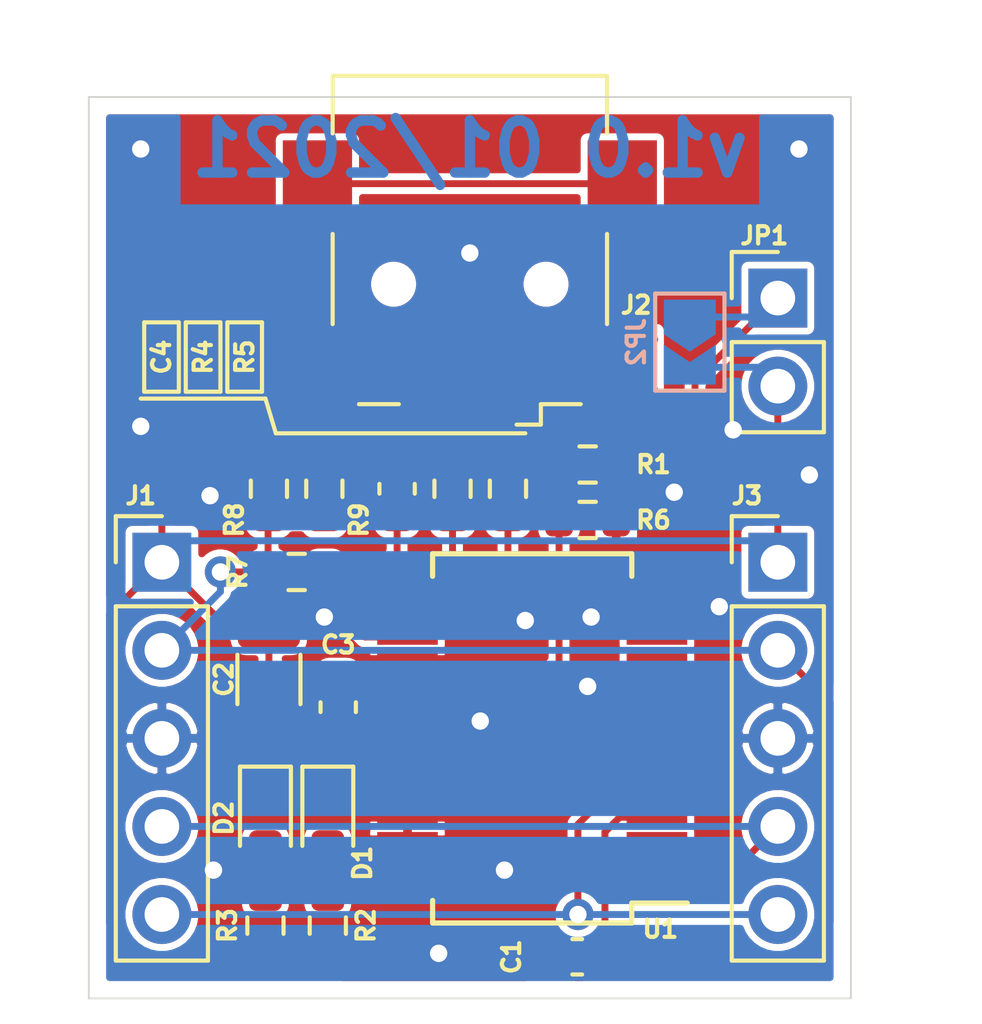
<source format=kicad_pcb>
(kicad_pcb (version 20171130) (host pcbnew "(5.1.8)-1")

  (general
    (thickness 1.6)
    (drawings 20)
    (tracks 111)
    (zones 0)
    (modules 21)
    (nets 30)
  )

  (page A4)
  (layers
    (0 F.Cu signal)
    (31 B.Cu signal)
    (32 B.Adhes user)
    (33 F.Adhes user)
    (34 B.Paste user)
    (35 F.Paste user)
    (36 B.SilkS user)
    (37 F.SilkS user)
    (38 B.Mask user)
    (39 F.Mask user)
    (40 Dwgs.User user)
    (41 Cmts.User user)
    (42 Eco1.User user)
    (43 Eco2.User user)
    (44 Edge.Cuts user)
    (45 Margin user)
    (46 B.CrtYd user)
    (47 F.CrtYd user)
    (48 B.Fab user)
    (49 F.Fab user)
  )

  (setup
    (last_trace_width 0.2)
    (trace_clearance 0.2)
    (zone_clearance 0)
    (zone_45_only yes)
    (trace_min 0.2)
    (via_size 0.9)
    (via_drill 0.5)
    (via_min_size 0.9)
    (via_min_drill 0.5)
    (uvia_size 0.3)
    (uvia_drill 0.1)
    (uvias_allowed no)
    (uvia_min_size 0.2)
    (uvia_min_drill 0.1)
    (edge_width 0.05)
    (segment_width 0.2)
    (pcb_text_width 0.3)
    (pcb_text_size 1.5 1.5)
    (mod_edge_width 0.12)
    (mod_text_size 1 1)
    (mod_text_width 0.15)
    (pad_size 1.524 1.524)
    (pad_drill 0.762)
    (pad_to_mask_clearance 0.1)
    (aux_axis_origin 150 85)
    (grid_origin 150 85)
    (visible_elements 7FFFFFFF)
    (pcbplotparams
      (layerselection 0x010fc_ffffffff)
      (usegerberextensions false)
      (usegerberattributes true)
      (usegerberadvancedattributes true)
      (creategerberjobfile true)
      (excludeedgelayer true)
      (linewidth 0.100000)
      (plotframeref false)
      (viasonmask false)
      (mode 1)
      (useauxorigin false)
      (hpglpennumber 1)
      (hpglpenspeed 20)
      (hpglpendiameter 15.000000)
      (psnegative false)
      (psa4output false)
      (plotreference true)
      (plotvalue true)
      (plotinvisibletext false)
      (padsonsilk false)
      (subtractmaskfromsilk false)
      (outputformat 1)
      (mirror false)
      (drillshape 1)
      (scaleselection 1)
      (outputdirectory ""))
  )

  (net 0 "")
  (net 1 GND)
  (net 2 /VCCIO)
  (net 3 +5V)
  (net 4 /3V3OUT)
  (net 5 "Net-(D1-Pad1)")
  (net 6 "Net-(D1-Pad2)")
  (net 7 "Net-(D2-Pad2)")
  (net 8 "Net-(D2-Pad1)")
  (net 9 /TxD)
  (net 10 /RxD)
  (net 11 "Net-(J2-Pad6)")
  (net 12 /VBUS)
  (net 13 "Net-(J2-Pad2)")
  (net 14 "Net-(J2-Pad3)")
  (net 15 "Net-(J2-Pad4)")
  (net 16 "Net-(R1-Pad1)")
  (net 17 "Net-(R4-Pad1)")
  (net 18 "Net-(R5-Pad1)")
  (net 19 "Net-(U1-Pad2)")
  (net 20 "Net-(U1-Pad3)")
  (net 21 "Net-(U1-Pad6)")
  (net 22 "Net-(U1-Pad9)")
  (net 23 "Net-(U1-Pad10)")
  (net 24 "Net-(U1-Pad11)")
  (net 25 "Net-(U1-Pad12)")
  (net 26 "Net-(U1-Pad13)")
  (net 27 "Net-(U1-Pad14)")
  (net 28 "Net-(U1-Pad27)")
  (net 29 "Net-(U1-Pad28)")

  (net_class Default "This is the default net class."
    (clearance 0.2)
    (trace_width 0.2)
    (via_dia 0.9)
    (via_drill 0.5)
    (uvia_dia 0.3)
    (uvia_drill 0.1)
    (diff_pair_width 0.2)
    (diff_pair_gap 0.2)
    (add_net +5V)
    (add_net /3V3OUT)
    (add_net /RxD)
    (add_net /TxD)
    (add_net /VBUS)
    (add_net /VCCIO)
    (add_net GND)
    (add_net "Net-(D1-Pad1)")
    (add_net "Net-(D1-Pad2)")
    (add_net "Net-(D2-Pad1)")
    (add_net "Net-(D2-Pad2)")
    (add_net "Net-(J2-Pad2)")
    (add_net "Net-(J2-Pad3)")
    (add_net "Net-(J2-Pad4)")
    (add_net "Net-(J2-Pad6)")
    (add_net "Net-(R1-Pad1)")
    (add_net "Net-(R4-Pad1)")
    (add_net "Net-(R5-Pad1)")
    (add_net "Net-(U1-Pad10)")
    (add_net "Net-(U1-Pad11)")
    (add_net "Net-(U1-Pad12)")
    (add_net "Net-(U1-Pad13)")
    (add_net "Net-(U1-Pad14)")
    (add_net "Net-(U1-Pad2)")
    (add_net "Net-(U1-Pad27)")
    (add_net "Net-(U1-Pad28)")
    (add_net "Net-(U1-Pad3)")
    (add_net "Net-(U1-Pad6)")
    (add_net "Net-(U1-Pad9)")
  )

  (module Connector_USB:USB_Mini-B_Wuerth_65100516121_Horizontal (layer F.Cu) (tedit 5D90ED94) (tstamp 5FF356C3)
    (at 150 71.9 180)
    (descr "Mini USB 2.0 Type B SMT Horizontal 5 Contacts (https://katalog.we-online.de/em/datasheet/65100516121.pdf)")
    (tags "Mini USB 2.0 Type B")
    (path /5FF31C15)
    (attr smd)
    (fp_text reference J2 (at -4.8 -0.6) (layer F.SilkS)
      (effects (font (size 0.5 0.5) (thickness 0.12)))
    )
    (fp_text value USB_B_Mini (at 0 7.35) (layer F.Fab)
      (effects (font (size 1 1) (thickness 0.15)))
    )
    (fp_line (start -3.85 -3.35) (end -1.9 -3.35) (layer F.Fab) (width 0.1))
    (fp_line (start 3.85 -3.35) (end 3.85 5.9) (layer F.Fab) (width 0.1))
    (fp_line (start 3.85 5.9) (end -3.85 5.9) (layer F.Fab) (width 0.1))
    (fp_line (start -3.85 5.9) (end -3.85 -3.35) (layer F.Fab) (width 0.1))
    (fp_line (start -3.96 1.45) (end -3.96 -1.15) (layer F.SilkS) (width 0.12))
    (fp_line (start 3.96 -1.15) (end 3.96 1.45) (layer F.SilkS) (width 0.12))
    (fp_line (start -3.2 -3.46) (end -2.05 -3.46) (layer F.SilkS) (width 0.12))
    (fp_line (start -2.05 -3.46) (end -2.05 -4.05) (layer F.SilkS) (width 0.12))
    (fp_line (start -2.05 -4.05) (end -1.35 -4.05) (layer F.SilkS) (width 0.12))
    (fp_line (start 2.05 -3.46) (end 3.2 -3.46) (layer F.SilkS) (width 0.12))
    (fp_line (start -3.96 4.35) (end -3.96 6.01) (layer F.SilkS) (width 0.12))
    (fp_line (start -3.96 6.01) (end 3.96 6.01) (layer F.SilkS) (width 0.12))
    (fp_line (start 3.96 6.01) (end 3.96 4.35) (layer F.SilkS) (width 0.12))
    (fp_line (start -5.9 -0.85) (end -5.9 -4.35) (layer F.CrtYd) (width 0.05))
    (fp_line (start -5.9 -4.35) (end 5.9 -4.35) (layer F.CrtYd) (width 0.05))
    (fp_line (start 5.9 -4.35) (end 5.9 -0.85) (layer F.CrtYd) (width 0.05))
    (fp_line (start 4.35 6.4) (end -4.35 6.4) (layer F.CrtYd) (width 0.05))
    (fp_line (start -1.9 -3.35) (end -1.6 -2.85) (layer F.Fab) (width 0.1))
    (fp_line (start -1.6 -2.85) (end -1.3 -3.35) (layer F.Fab) (width 0.1))
    (fp_line (start -1.3 -3.35) (end 3.85 -3.35) (layer F.Fab) (width 0.1))
    (fp_line (start -4.35 6.4) (end -4.35 4.65) (layer F.CrtYd) (width 0.05))
    (fp_line (start 4.35 4.65) (end 4.35 6.4) (layer F.CrtYd) (width 0.05))
    (fp_line (start -4.35 1.15) (end -4.35 -0.85) (layer F.CrtYd) (width 0.05))
    (fp_line (start 4.35 -0.85) (end 4.35 1.15) (layer F.CrtYd) (width 0.05))
    (fp_line (start 5.9 4.65) (end 4.35 4.65) (layer F.CrtYd) (width 0.05))
    (fp_line (start 4.35 1.15) (end 5.9 1.15) (layer F.CrtYd) (width 0.05))
    (fp_line (start 5.9 -0.85) (end 4.35 -0.85) (layer F.CrtYd) (width 0.05))
    (fp_line (start 5.9 1.15) (end 5.9 4.65) (layer F.CrtYd) (width 0.05))
    (fp_line (start -4.35 4.65) (end -5.89 4.65) (layer F.CrtYd) (width 0.05))
    (fp_line (start -5.9 1.15) (end -4.35 1.15) (layer F.CrtYd) (width 0.05))
    (fp_line (start -4.35 -0.85) (end -5.9 -0.85) (layer F.CrtYd) (width 0.05))
    (fp_line (start -5.89 4.65) (end -5.9 1.15) (layer F.CrtYd) (width 0.05))
    (fp_text user %R (at 0 0) (layer F.Fab)
      (effects (font (size 1 1) (thickness 0.15)))
    )
    (pad 6 smd rect (at -4.4 2.9 180) (size 2 2.5) (layers F.Cu F.Paste F.Mask)
      (net 11 "Net-(J2-Pad6)"))
    (pad 6 smd rect (at 4.4 2.9 180) (size 2 2.5) (layers F.Cu F.Paste F.Mask)
      (net 11 "Net-(J2-Pad6)"))
    (pad 6 smd rect (at -4.4 -2.6 180) (size 2 2.5) (layers F.Cu F.Paste F.Mask)
      (net 11 "Net-(J2-Pad6)"))
    (pad 6 smd rect (at 4.4 -2.6 180) (size 2 2.5) (layers F.Cu F.Paste F.Mask)
      (net 11 "Net-(J2-Pad6)"))
    (pad 1 smd rect (at -1.6 -2.6 180) (size 0.5 2.5) (layers F.Cu F.Paste F.Mask)
      (net 12 /VBUS))
    (pad 2 smd rect (at -0.8 -2.6 180) (size 0.5 2.5) (layers F.Cu F.Paste F.Mask)
      (net 13 "Net-(J2-Pad2)"))
    (pad 3 smd rect (at 0 -2.6 180) (size 0.5 2.5) (layers F.Cu F.Paste F.Mask)
      (net 14 "Net-(J2-Pad3)"))
    (pad 4 smd rect (at 0.8 -2.6 180) (size 0.5 2.5) (layers F.Cu F.Paste F.Mask)
      (net 15 "Net-(J2-Pad4)"))
    (pad 5 smd rect (at 1.6 -2.6 180) (size 0.5 2.5) (layers F.Cu F.Paste F.Mask)
      (net 1 GND))
    (pad "" np_thru_hole circle (at -2.2 0 180) (size 0.9 0.9) (drill 0.9) (layers *.Cu *.Mask))
    (pad "" np_thru_hole circle (at 2.2 0 180) (size 0.9 0.9) (drill 0.9) (layers *.Cu *.Mask))
    (model ${KISYS3DMOD}/Connector_USB.3dshapes/USB_Mini-B_Wuerth_65100516121_Horizontal.wrl
      (at (xyz 0 0 0))
      (scale (xyz 1 1 1))
      (rotate (xyz 0 0 0))
    )
  )

  (module LED_SMD:LED_0603_1608Metric (layer F.Cu) (tedit 5F68FEF1) (tstamp 5FF3374B)
    (at 144.1 87.3 270)
    (descr "LED SMD 0603 (1608 Metric), square (rectangular) end terminal, IPC_7351 nominal, (Body size source: http://www.tortai-tech.com/upload/download/2011102023233369053.pdf), generated with kicad-footprint-generator")
    (tags LED)
    (path /5FF398ED)
    (attr smd)
    (fp_text reference D2 (at 0 1.2 90) (layer F.SilkS)
      (effects (font (size 0.5 0.5) (thickness 0.12)))
    )
    (fp_text value yellow (at 0 1.43 90) (layer F.Fab)
      (effects (font (size 1 1) (thickness 0.15)))
    )
    (fp_line (start 1.48 0.73) (end -1.48 0.73) (layer F.CrtYd) (width 0.05))
    (fp_line (start 1.48 -0.73) (end 1.48 0.73) (layer F.CrtYd) (width 0.05))
    (fp_line (start -1.48 -0.73) (end 1.48 -0.73) (layer F.CrtYd) (width 0.05))
    (fp_line (start -1.48 0.73) (end -1.48 -0.73) (layer F.CrtYd) (width 0.05))
    (fp_line (start -1.485 0.735) (end 0.8 0.735) (layer F.SilkS) (width 0.12))
    (fp_line (start -1.485 -0.735) (end -1.485 0.735) (layer F.SilkS) (width 0.12))
    (fp_line (start 0.8 -0.735) (end -1.485 -0.735) (layer F.SilkS) (width 0.12))
    (fp_line (start 0.8 0.4) (end 0.8 -0.4) (layer F.Fab) (width 0.1))
    (fp_line (start -0.8 0.4) (end 0.8 0.4) (layer F.Fab) (width 0.1))
    (fp_line (start -0.8 -0.1) (end -0.8 0.4) (layer F.Fab) (width 0.1))
    (fp_line (start -0.5 -0.4) (end -0.8 -0.1) (layer F.Fab) (width 0.1))
    (fp_line (start 0.8 -0.4) (end -0.5 -0.4) (layer F.Fab) (width 0.1))
    (fp_text user %R (at 0 0 90) (layer F.Fab)
      (effects (font (size 0.4 0.4) (thickness 0.06)))
    )
    (pad 2 smd roundrect (at 0.7875 0 270) (size 0.875 0.95) (layers F.Cu F.Paste F.Mask) (roundrect_rratio 0.25)
      (net 7 "Net-(D2-Pad2)"))
    (pad 1 smd roundrect (at -0.7875 0 270) (size 0.875 0.95) (layers F.Cu F.Paste F.Mask) (roundrect_rratio 0.25)
      (net 8 "Net-(D2-Pad1)"))
    (model ${KISYS3DMOD}/LED_SMD.3dshapes/LED_0603_1608Metric.wrl
      (at (xyz 0 0 0))
      (scale (xyz 1 1 1))
      (rotate (xyz 0 0 0))
    )
  )

  (module Capacitor_SMD:C_0603_1608Metric (layer F.Cu) (tedit 5F68FEEE) (tstamp 5FF336F2)
    (at 153.1 91.3 180)
    (descr "Capacitor SMD 0603 (1608 Metric), square (rectangular) end terminal, IPC_7351 nominal, (Body size source: IPC-SM-782 page 76, https://www.pcb-3d.com/wordpress/wp-content/uploads/ipc-sm-782a_amendment_1_and_2.pdf), generated with kicad-footprint-generator")
    (tags capacitor)
    (path /5FF36A24)
    (attr smd)
    (fp_text reference C1 (at 1.9 0 90) (layer F.SilkS)
      (effects (font (size 0.5 0.5) (thickness 0.12)))
    )
    (fp_text value 100n (at 0 1.43) (layer F.Fab)
      (effects (font (size 1 1) (thickness 0.15)))
    )
    (fp_line (start 1.48 0.73) (end -1.48 0.73) (layer F.CrtYd) (width 0.05))
    (fp_line (start 1.48 -0.73) (end 1.48 0.73) (layer F.CrtYd) (width 0.05))
    (fp_line (start -1.48 -0.73) (end 1.48 -0.73) (layer F.CrtYd) (width 0.05))
    (fp_line (start -1.48 0.73) (end -1.48 -0.73) (layer F.CrtYd) (width 0.05))
    (fp_line (start -0.14058 0.51) (end 0.14058 0.51) (layer F.SilkS) (width 0.12))
    (fp_line (start -0.14058 -0.51) (end 0.14058 -0.51) (layer F.SilkS) (width 0.12))
    (fp_line (start 0.8 0.4) (end -0.8 0.4) (layer F.Fab) (width 0.1))
    (fp_line (start 0.8 -0.4) (end 0.8 0.4) (layer F.Fab) (width 0.1))
    (fp_line (start -0.8 -0.4) (end 0.8 -0.4) (layer F.Fab) (width 0.1))
    (fp_line (start -0.8 0.4) (end -0.8 -0.4) (layer F.Fab) (width 0.1))
    (fp_text user %R (at 0 0) (layer F.Fab)
      (effects (font (size 0.4 0.4) (thickness 0.06)))
    )
    (pad 2 smd roundrect (at 0.775 0 180) (size 0.9 0.95) (layers F.Cu F.Paste F.Mask) (roundrect_rratio 0.25)
      (net 1 GND))
    (pad 1 smd roundrect (at -0.775 0 180) (size 0.9 0.95) (layers F.Cu F.Paste F.Mask) (roundrect_rratio 0.25)
      (net 2 /VCCIO))
    (model ${KISYS3DMOD}/Capacitor_SMD.3dshapes/C_0603_1608Metric.wrl
      (at (xyz 0 0 0))
      (scale (xyz 1 1 1))
      (rotate (xyz 0 0 0))
    )
  )

  (module Capacitor_SMD:C_1206_3216Metric (layer F.Cu) (tedit 5F68FEEE) (tstamp 5FF33703)
    (at 144.2 83.3 270)
    (descr "Capacitor SMD 1206 (3216 Metric), square (rectangular) end terminal, IPC_7351 nominal, (Body size source: IPC-SM-782 page 76, https://www.pcb-3d.com/wordpress/wp-content/uploads/ipc-sm-782a_amendment_1_and_2.pdf), generated with kicad-footprint-generator")
    (tags capacitor)
    (path /5FF3293F)
    (attr smd)
    (fp_text reference C2 (at 0 1.3 90) (layer F.SilkS)
      (effects (font (size 0.5 0.5) (thickness 0.12)))
    )
    (fp_text value 4u7/25V (at 0 1.85 90) (layer F.Fab)
      (effects (font (size 1 1) (thickness 0.15)))
    )
    (fp_line (start -1.6 0.8) (end -1.6 -0.8) (layer F.Fab) (width 0.1))
    (fp_line (start -1.6 -0.8) (end 1.6 -0.8) (layer F.Fab) (width 0.1))
    (fp_line (start 1.6 -0.8) (end 1.6 0.8) (layer F.Fab) (width 0.1))
    (fp_line (start 1.6 0.8) (end -1.6 0.8) (layer F.Fab) (width 0.1))
    (fp_line (start -0.711252 -0.91) (end 0.711252 -0.91) (layer F.SilkS) (width 0.12))
    (fp_line (start -0.711252 0.91) (end 0.711252 0.91) (layer F.SilkS) (width 0.12))
    (fp_line (start -2.3 1.15) (end -2.3 -1.15) (layer F.CrtYd) (width 0.05))
    (fp_line (start -2.3 -1.15) (end 2.3 -1.15) (layer F.CrtYd) (width 0.05))
    (fp_line (start 2.3 -1.15) (end 2.3 1.15) (layer F.CrtYd) (width 0.05))
    (fp_line (start 2.3 1.15) (end -2.3 1.15) (layer F.CrtYd) (width 0.05))
    (fp_text user %R (at 0 0 90) (layer F.Fab)
      (effects (font (size 0.8 0.8) (thickness 0.12)))
    )
    (pad 1 smd roundrect (at -1.475 0 270) (size 1.15 1.8) (layers F.Cu F.Paste F.Mask) (roundrect_rratio 0.217391)
      (net 3 +5V))
    (pad 2 smd roundrect (at 1.475 0 270) (size 1.15 1.8) (layers F.Cu F.Paste F.Mask) (roundrect_rratio 0.217391)
      (net 1 GND))
    (model ${KISYS3DMOD}/Capacitor_SMD.3dshapes/C_1206_3216Metric.wrl
      (at (xyz 0 0 0))
      (scale (xyz 1 1 1))
      (rotate (xyz 0 0 0))
    )
  )

  (module Capacitor_SMD:C_0603_1608Metric (layer F.Cu) (tedit 5F68FEEE) (tstamp 5FF33714)
    (at 146.2 84.1 270)
    (descr "Capacitor SMD 0603 (1608 Metric), square (rectangular) end terminal, IPC_7351 nominal, (Body size source: IPC-SM-782 page 76, https://www.pcb-3d.com/wordpress/wp-content/uploads/ipc-sm-782a_amendment_1_and_2.pdf), generated with kicad-footprint-generator")
    (tags capacitor)
    (path /5FF357F0)
    (attr smd)
    (fp_text reference C3 (at -1.8 0 180) (layer F.SilkS)
      (effects (font (size 0.5 0.5) (thickness 0.12)))
    )
    (fp_text value 100n (at 0 1.43 90) (layer F.Fab)
      (effects (font (size 1 1) (thickness 0.15)))
    )
    (fp_line (start -0.8 0.4) (end -0.8 -0.4) (layer F.Fab) (width 0.1))
    (fp_line (start -0.8 -0.4) (end 0.8 -0.4) (layer F.Fab) (width 0.1))
    (fp_line (start 0.8 -0.4) (end 0.8 0.4) (layer F.Fab) (width 0.1))
    (fp_line (start 0.8 0.4) (end -0.8 0.4) (layer F.Fab) (width 0.1))
    (fp_line (start -0.14058 -0.51) (end 0.14058 -0.51) (layer F.SilkS) (width 0.12))
    (fp_line (start -0.14058 0.51) (end 0.14058 0.51) (layer F.SilkS) (width 0.12))
    (fp_line (start -1.48 0.73) (end -1.48 -0.73) (layer F.CrtYd) (width 0.05))
    (fp_line (start -1.48 -0.73) (end 1.48 -0.73) (layer F.CrtYd) (width 0.05))
    (fp_line (start 1.48 -0.73) (end 1.48 0.73) (layer F.CrtYd) (width 0.05))
    (fp_line (start 1.48 0.73) (end -1.48 0.73) (layer F.CrtYd) (width 0.05))
    (fp_text user %R (at 0 0 90) (layer F.Fab)
      (effects (font (size 0.4 0.4) (thickness 0.06)))
    )
    (pad 1 smd roundrect (at -0.775 0 270) (size 0.9 0.95) (layers F.Cu F.Paste F.Mask) (roundrect_rratio 0.25)
      (net 3 +5V))
    (pad 2 smd roundrect (at 0.775 0 270) (size 0.9 0.95) (layers F.Cu F.Paste F.Mask) (roundrect_rratio 0.25)
      (net 1 GND))
    (model ${KISYS3DMOD}/Capacitor_SMD.3dshapes/C_0603_1608Metric.wrl
      (at (xyz 0 0 0))
      (scale (xyz 1 1 1))
      (rotate (xyz 0 0 0))
    )
  )

  (module Capacitor_SMD:C_0603_1608Metric (layer F.Cu) (tedit 5F68FEEE) (tstamp 5FF33725)
    (at 147.9 77.8 90)
    (descr "Capacitor SMD 0603 (1608 Metric), square (rectangular) end terminal, IPC_7351 nominal, (Body size source: IPC-SM-782 page 76, https://www.pcb-3d.com/wordpress/wp-content/uploads/ipc-sm-782a_amendment_1_and_2.pdf), generated with kicad-footprint-generator")
    (tags capacitor)
    (path /5FF43925)
    (attr smd)
    (fp_text reference C4 (at 3.8 -6.8 90) (layer F.SilkS)
      (effects (font (size 0.5 0.5) (thickness 0.12)))
    )
    (fp_text value 100n (at 0 1.43 90) (layer F.Fab)
      (effects (font (size 1 1) (thickness 0.15)))
    )
    (fp_line (start -0.8 0.4) (end -0.8 -0.4) (layer F.Fab) (width 0.1))
    (fp_line (start -0.8 -0.4) (end 0.8 -0.4) (layer F.Fab) (width 0.1))
    (fp_line (start 0.8 -0.4) (end 0.8 0.4) (layer F.Fab) (width 0.1))
    (fp_line (start 0.8 0.4) (end -0.8 0.4) (layer F.Fab) (width 0.1))
    (fp_line (start -0.14058 -0.51) (end 0.14058 -0.51) (layer F.SilkS) (width 0.12))
    (fp_line (start -0.14058 0.51) (end 0.14058 0.51) (layer F.SilkS) (width 0.12))
    (fp_line (start -1.48 0.73) (end -1.48 -0.73) (layer F.CrtYd) (width 0.05))
    (fp_line (start -1.48 -0.73) (end 1.48 -0.73) (layer F.CrtYd) (width 0.05))
    (fp_line (start 1.48 -0.73) (end 1.48 0.73) (layer F.CrtYd) (width 0.05))
    (fp_line (start 1.48 0.73) (end -1.48 0.73) (layer F.CrtYd) (width 0.05))
    (fp_text user %R (at 0 0 90) (layer F.Fab)
      (effects (font (size 0.4 0.4) (thickness 0.06)))
    )
    (pad 1 smd roundrect (at -0.775 0 90) (size 0.9 0.95) (layers F.Cu F.Paste F.Mask) (roundrect_rratio 0.25)
      (net 4 /3V3OUT))
    (pad 2 smd roundrect (at 0.775 0 90) (size 0.9 0.95) (layers F.Cu F.Paste F.Mask) (roundrect_rratio 0.25)
      (net 1 GND))
    (model ${KISYS3DMOD}/Capacitor_SMD.3dshapes/C_0603_1608Metric.wrl
      (at (xyz 0 0 0))
      (scale (xyz 1 1 1))
      (rotate (xyz 0 0 0))
    )
  )

  (module LED_SMD:LED_0603_1608Metric (layer F.Cu) (tedit 5F68FEF1) (tstamp 5FF37935)
    (at 145.9 87.3 270)
    (descr "LED SMD 0603 (1608 Metric), square (rectangular) end terminal, IPC_7351 nominal, (Body size source: http://www.tortai-tech.com/upload/download/2011102023233369053.pdf), generated with kicad-footprint-generator")
    (tags LED)
    (path /5FF33135)
    (attr smd)
    (fp_text reference D1 (at 1.3 -1 270) (layer F.SilkS)
      (effects (font (size 0.5 0.5) (thickness 0.12)))
    )
    (fp_text value yellow (at 0 1.43 90) (layer F.Fab)
      (effects (font (size 1 1) (thickness 0.15)))
    )
    (fp_line (start 0.8 -0.4) (end -0.5 -0.4) (layer F.Fab) (width 0.1))
    (fp_line (start -0.5 -0.4) (end -0.8 -0.1) (layer F.Fab) (width 0.1))
    (fp_line (start -0.8 -0.1) (end -0.8 0.4) (layer F.Fab) (width 0.1))
    (fp_line (start -0.8 0.4) (end 0.8 0.4) (layer F.Fab) (width 0.1))
    (fp_line (start 0.8 0.4) (end 0.8 -0.4) (layer F.Fab) (width 0.1))
    (fp_line (start 0.8 -0.735) (end -1.485 -0.735) (layer F.SilkS) (width 0.12))
    (fp_line (start -1.485 -0.735) (end -1.485 0.735) (layer F.SilkS) (width 0.12))
    (fp_line (start -1.485 0.735) (end 0.8 0.735) (layer F.SilkS) (width 0.12))
    (fp_line (start -1.48 0.73) (end -1.48 -0.73) (layer F.CrtYd) (width 0.05))
    (fp_line (start -1.48 -0.73) (end 1.48 -0.73) (layer F.CrtYd) (width 0.05))
    (fp_line (start 1.48 -0.73) (end 1.48 0.73) (layer F.CrtYd) (width 0.05))
    (fp_line (start 1.48 0.73) (end -1.48 0.73) (layer F.CrtYd) (width 0.05))
    (fp_text user %R (at 0 0 90) (layer F.Fab)
      (effects (font (size 0.4 0.4) (thickness 0.06)))
    )
    (pad 1 smd roundrect (at -0.7875 0 270) (size 0.875 0.95) (layers F.Cu F.Paste F.Mask) (roundrect_rratio 0.25)
      (net 5 "Net-(D1-Pad1)"))
    (pad 2 smd roundrect (at 0.7875 0 270) (size 0.875 0.95) (layers F.Cu F.Paste F.Mask) (roundrect_rratio 0.25)
      (net 6 "Net-(D1-Pad2)"))
    (model ${KISYS3DMOD}/LED_SMD.3dshapes/LED_0603_1608Metric.wrl
      (at (xyz 0 0 0))
      (scale (xyz 1 1 1))
      (rotate (xyz 0 0 0))
    )
  )

  (module Connector_PinHeader_2.54mm:PinHeader_1x05_P2.54mm_Vertical (layer F.Cu) (tedit 59FED5CC) (tstamp 5FF33764)
    (at 141.11 79.92)
    (descr "Through hole straight pin header, 1x05, 2.54mm pitch, single row")
    (tags "Through hole pin header THT 1x05 2.54mm single row")
    (path /5FF54C5E)
    (fp_text reference J1 (at -0.61 -1.92) (layer F.SilkS)
      (effects (font (size 0.5 0.5) (thickness 0.12)))
    )
    (fp_text value Conn_01x05 (at 0 12.49) (layer F.Fab)
      (effects (font (size 1 1) (thickness 0.15)))
    )
    (fp_line (start -0.635 -1.27) (end 1.27 -1.27) (layer F.Fab) (width 0.1))
    (fp_line (start 1.27 -1.27) (end 1.27 11.43) (layer F.Fab) (width 0.1))
    (fp_line (start 1.27 11.43) (end -1.27 11.43) (layer F.Fab) (width 0.1))
    (fp_line (start -1.27 11.43) (end -1.27 -0.635) (layer F.Fab) (width 0.1))
    (fp_line (start -1.27 -0.635) (end -0.635 -1.27) (layer F.Fab) (width 0.1))
    (fp_line (start -1.33 11.49) (end 1.33 11.49) (layer F.SilkS) (width 0.12))
    (fp_line (start -1.33 1.27) (end -1.33 11.49) (layer F.SilkS) (width 0.12))
    (fp_line (start 1.33 1.27) (end 1.33 11.49) (layer F.SilkS) (width 0.12))
    (fp_line (start -1.33 1.27) (end 1.33 1.27) (layer F.SilkS) (width 0.12))
    (fp_line (start -1.33 0) (end -1.33 -1.33) (layer F.SilkS) (width 0.12))
    (fp_line (start -1.33 -1.33) (end 0 -1.33) (layer F.SilkS) (width 0.12))
    (fp_line (start -1.8 -1.8) (end -1.8 11.95) (layer F.CrtYd) (width 0.05))
    (fp_line (start -1.8 11.95) (end 1.8 11.95) (layer F.CrtYd) (width 0.05))
    (fp_line (start 1.8 11.95) (end 1.8 -1.8) (layer F.CrtYd) (width 0.05))
    (fp_line (start 1.8 -1.8) (end -1.8 -1.8) (layer F.CrtYd) (width 0.05))
    (fp_text user %R (at 0 5.08 90) (layer F.Fab)
      (effects (font (size 1 1) (thickness 0.15)))
    )
    (pad 1 thru_hole rect (at 0 0) (size 1.7 1.7) (drill 1) (layers *.Cu *.Mask)
      (net 3 +5V))
    (pad 2 thru_hole oval (at 0 2.54) (size 1.7 1.7) (drill 1) (layers *.Cu *.Mask)
      (net 2 /VCCIO))
    (pad 3 thru_hole oval (at 0 5.08) (size 1.7 1.7) (drill 1) (layers *.Cu *.Mask)
      (net 1 GND))
    (pad 4 thru_hole oval (at 0 7.62) (size 1.7 1.7) (drill 1) (layers *.Cu *.Mask)
      (net 9 /TxD))
    (pad 5 thru_hole oval (at 0 10.16) (size 1.7 1.7) (drill 1) (layers *.Cu *.Mask)
      (net 10 /RxD))
    (model ${KISYS3DMOD}/Connector_PinHeader_2.54mm.3dshapes/PinHeader_1x05_P2.54mm_Vertical.wrl
      (at (xyz 0 0 0))
      (scale (xyz 1 1 1))
      (rotate (xyz 0 0 0))
    )
  )

  (module Connector_PinHeader_2.54mm:PinHeader_1x05_P2.54mm_Vertical (layer F.Cu) (tedit 59FED5CC) (tstamp 5FF337AD)
    (at 158.89 79.92)
    (descr "Through hole straight pin header, 1x05, 2.54mm pitch, single row")
    (tags "Through hole pin header THT 1x05 2.54mm single row")
    (path /5FF579B2)
    (fp_text reference J3 (at -0.89 -1.92) (layer F.SilkS)
      (effects (font (size 0.5 0.5) (thickness 0.12)))
    )
    (fp_text value Conn_01x05 (at 0 12.49) (layer F.Fab)
      (effects (font (size 1 1) (thickness 0.15)))
    )
    (fp_line (start 1.8 -1.8) (end -1.8 -1.8) (layer F.CrtYd) (width 0.05))
    (fp_line (start 1.8 11.95) (end 1.8 -1.8) (layer F.CrtYd) (width 0.05))
    (fp_line (start -1.8 11.95) (end 1.8 11.95) (layer F.CrtYd) (width 0.05))
    (fp_line (start -1.8 -1.8) (end -1.8 11.95) (layer F.CrtYd) (width 0.05))
    (fp_line (start -1.33 -1.33) (end 0 -1.33) (layer F.SilkS) (width 0.12))
    (fp_line (start -1.33 0) (end -1.33 -1.33) (layer F.SilkS) (width 0.12))
    (fp_line (start -1.33 1.27) (end 1.33 1.27) (layer F.SilkS) (width 0.12))
    (fp_line (start 1.33 1.27) (end 1.33 11.49) (layer F.SilkS) (width 0.12))
    (fp_line (start -1.33 1.27) (end -1.33 11.49) (layer F.SilkS) (width 0.12))
    (fp_line (start -1.33 11.49) (end 1.33 11.49) (layer F.SilkS) (width 0.12))
    (fp_line (start -1.27 -0.635) (end -0.635 -1.27) (layer F.Fab) (width 0.1))
    (fp_line (start -1.27 11.43) (end -1.27 -0.635) (layer F.Fab) (width 0.1))
    (fp_line (start 1.27 11.43) (end -1.27 11.43) (layer F.Fab) (width 0.1))
    (fp_line (start 1.27 -1.27) (end 1.27 11.43) (layer F.Fab) (width 0.1))
    (fp_line (start -0.635 -1.27) (end 1.27 -1.27) (layer F.Fab) (width 0.1))
    (fp_text user %R (at 0 5.08 90) (layer F.Fab)
      (effects (font (size 1 1) (thickness 0.15)))
    )
    (pad 5 thru_hole oval (at 0 10.16) (size 1.7 1.7) (drill 1) (layers *.Cu *.Mask)
      (net 10 /RxD))
    (pad 4 thru_hole oval (at 0 7.62) (size 1.7 1.7) (drill 1) (layers *.Cu *.Mask)
      (net 9 /TxD))
    (pad 3 thru_hole oval (at 0 5.08) (size 1.7 1.7) (drill 1) (layers *.Cu *.Mask)
      (net 1 GND))
    (pad 2 thru_hole oval (at 0 2.54) (size 1.7 1.7) (drill 1) (layers *.Cu *.Mask)
      (net 2 /VCCIO))
    (pad 1 thru_hole rect (at 0 0) (size 1.7 1.7) (drill 1) (layers *.Cu *.Mask)
      (net 3 +5V))
    (model ${KISYS3DMOD}/Connector_PinHeader_2.54mm.3dshapes/PinHeader_1x05_P2.54mm_Vertical.wrl
      (at (xyz 0 0 0))
      (scale (xyz 1 1 1))
      (rotate (xyz 0 0 0))
    )
  )

  (module Connector_PinHeader_2.54mm:PinHeader_1x02_P2.54mm_Vertical (layer F.Cu) (tedit 59FED5CC) (tstamp 5FF337C3)
    (at 158.89 72.3)
    (descr "Through hole straight pin header, 1x02, 2.54mm pitch, single row")
    (tags "Through hole pin header THT 1x02 2.54mm single row")
    (path /5FFC03A5)
    (fp_text reference JP1 (at -0.39 -1.8) (layer F.SilkS)
      (effects (font (size 0.5 0.5) (thickness 0.12)))
    )
    (fp_text value Jumper_2_Open (at 0 4.87) (layer F.Fab)
      (effects (font (size 1 1) (thickness 0.15)))
    )
    (fp_line (start -0.635 -1.27) (end 1.27 -1.27) (layer F.Fab) (width 0.1))
    (fp_line (start 1.27 -1.27) (end 1.27 3.81) (layer F.Fab) (width 0.1))
    (fp_line (start 1.27 3.81) (end -1.27 3.81) (layer F.Fab) (width 0.1))
    (fp_line (start -1.27 3.81) (end -1.27 -0.635) (layer F.Fab) (width 0.1))
    (fp_line (start -1.27 -0.635) (end -0.635 -1.27) (layer F.Fab) (width 0.1))
    (fp_line (start -1.33 3.87) (end 1.33 3.87) (layer F.SilkS) (width 0.12))
    (fp_line (start -1.33 1.27) (end -1.33 3.87) (layer F.SilkS) (width 0.12))
    (fp_line (start 1.33 1.27) (end 1.33 3.87) (layer F.SilkS) (width 0.12))
    (fp_line (start -1.33 1.27) (end 1.33 1.27) (layer F.SilkS) (width 0.12))
    (fp_line (start -1.33 0) (end -1.33 -1.33) (layer F.SilkS) (width 0.12))
    (fp_line (start -1.33 -1.33) (end 0 -1.33) (layer F.SilkS) (width 0.12))
    (fp_line (start -1.8 -1.8) (end -1.8 4.35) (layer F.CrtYd) (width 0.05))
    (fp_line (start -1.8 4.35) (end 1.8 4.35) (layer F.CrtYd) (width 0.05))
    (fp_line (start 1.8 4.35) (end 1.8 -1.8) (layer F.CrtYd) (width 0.05))
    (fp_line (start 1.8 -1.8) (end -1.8 -1.8) (layer F.CrtYd) (width 0.05))
    (fp_text user %R (at 0 1.27 90) (layer F.Fab)
      (effects (font (size 1 1) (thickness 0.15)))
    )
    (pad 1 thru_hole rect (at 0 0) (size 1.7 1.7) (drill 1) (layers *.Cu *.Mask)
      (net 12 /VBUS))
    (pad 2 thru_hole oval (at 0 2.54) (size 1.7 1.7) (drill 1) (layers *.Cu *.Mask)
      (net 3 +5V))
    (model ${KISYS3DMOD}/Connector_PinHeader_2.54mm.3dshapes/PinHeader_1x02_P2.54mm_Vertical.wrl
      (at (xyz 0 0 0))
      (scale (xyz 1 1 1))
      (rotate (xyz 0 0 0))
    )
  )

  (module Jumper:SolderJumper-2_P1.3mm_Open_TrianglePad1.0x1.5mm (layer B.Cu) (tedit 5A64794F) (tstamp 5FF337D1)
    (at 156.35 73.57 270)
    (descr "SMD Solder Jumper, 1x1.5mm Triangular Pads, 0.3mm gap, open")
    (tags "solder jumper open")
    (path /5FFC0D17)
    (attr virtual)
    (fp_text reference JP2 (at 0 1.55 270) (layer B.SilkS)
      (effects (font (size 0.5 0.5) (thickness 0.12)) (justify mirror))
    )
    (fp_text value SolderJumper_2_Open (at 0 -1.9 270) (layer B.Fab)
      (effects (font (size 1 1) (thickness 0.15)) (justify mirror))
    )
    (fp_line (start -1.4 -1) (end -1.4 1) (layer B.SilkS) (width 0.12))
    (fp_line (start 1.4 -1) (end -1.4 -1) (layer B.SilkS) (width 0.12))
    (fp_line (start 1.4 1) (end 1.4 -1) (layer B.SilkS) (width 0.12))
    (fp_line (start -1.4 1) (end 1.4 1) (layer B.SilkS) (width 0.12))
    (fp_line (start -1.65 1.25) (end 1.65 1.25) (layer B.CrtYd) (width 0.05))
    (fp_line (start -1.65 1.25) (end -1.65 -1.25) (layer B.CrtYd) (width 0.05))
    (fp_line (start 1.65 -1.25) (end 1.65 1.25) (layer B.CrtYd) (width 0.05))
    (fp_line (start 1.65 -1.25) (end -1.65 -1.25) (layer B.CrtYd) (width 0.05))
    (pad 2 smd custom (at 0.725 0 270) (size 0.3 0.3) (layers B.Cu B.Mask)
      (net 3 +5V) (zone_connect 2)
      (options (clearance outline) (anchor rect))
      (primitives
        (gr_poly (pts
           (xy -0.65 0.75) (xy 0.5 0.75) (xy 0.5 -0.75) (xy -0.65 -0.75) (xy -0.15 0)
) (width 0))
      ))
    (pad 1 smd custom (at -0.725 0 270) (size 0.3 0.3) (layers B.Cu B.Mask)
      (net 12 /VBUS) (zone_connect 2)
      (options (clearance outline) (anchor rect))
      (primitives
        (gr_poly (pts
           (xy -0.5 0.75) (xy 0.5 0.75) (xy 1 0) (xy 0.5 -0.75) (xy -0.5 -0.75)
) (width 0))
      ))
  )

  (module Resistor_SMD:R_0603_1608Metric (layer F.Cu) (tedit 5F68FEEE) (tstamp 5FF337E2)
    (at 153.4 77.1)
    (descr "Resistor SMD 0603 (1608 Metric), square (rectangular) end terminal, IPC_7351 nominal, (Body size source: IPC-SM-782 page 72, https://www.pcb-3d.com/wordpress/wp-content/uploads/ipc-sm-782a_amendment_1_and_2.pdf), generated with kicad-footprint-generator")
    (tags resistor)
    (path /5FF47E54)
    (attr smd)
    (fp_text reference R1 (at 1.9 0) (layer F.SilkS)
      (effects (font (size 0.5 0.5) (thickness 0.12)))
    )
    (fp_text value 4k7 (at 0 1.43) (layer F.Fab)
      (effects (font (size 1 1) (thickness 0.15)))
    )
    (fp_line (start 1.48 0.73) (end -1.48 0.73) (layer F.CrtYd) (width 0.05))
    (fp_line (start 1.48 -0.73) (end 1.48 0.73) (layer F.CrtYd) (width 0.05))
    (fp_line (start -1.48 -0.73) (end 1.48 -0.73) (layer F.CrtYd) (width 0.05))
    (fp_line (start -1.48 0.73) (end -1.48 -0.73) (layer F.CrtYd) (width 0.05))
    (fp_line (start -0.237258 0.5225) (end 0.237258 0.5225) (layer F.SilkS) (width 0.12))
    (fp_line (start -0.237258 -0.5225) (end 0.237258 -0.5225) (layer F.SilkS) (width 0.12))
    (fp_line (start 0.8 0.4125) (end -0.8 0.4125) (layer F.Fab) (width 0.1))
    (fp_line (start 0.8 -0.4125) (end 0.8 0.4125) (layer F.Fab) (width 0.1))
    (fp_line (start -0.8 -0.4125) (end 0.8 -0.4125) (layer F.Fab) (width 0.1))
    (fp_line (start -0.8 0.4125) (end -0.8 -0.4125) (layer F.Fab) (width 0.1))
    (fp_text user %R (at 0 0) (layer F.Fab)
      (effects (font (size 0.4 0.4) (thickness 0.06)))
    )
    (pad 2 smd roundrect (at 0.825 0) (size 0.8 0.95) (layers F.Cu F.Paste F.Mask) (roundrect_rratio 0.25)
      (net 12 /VBUS))
    (pad 1 smd roundrect (at -0.825 0) (size 0.8 0.95) (layers F.Cu F.Paste F.Mask) (roundrect_rratio 0.25)
      (net 16 "Net-(R1-Pad1)"))
    (model ${KISYS3DMOD}/Resistor_SMD.3dshapes/R_0603_1608Metric.wrl
      (at (xyz 0 0 0))
      (scale (xyz 1 1 1))
      (rotate (xyz 0 0 0))
    )
  )

  (module Resistor_SMD:R_0603_1608Metric (layer F.Cu) (tedit 5F68FEEE) (tstamp 5FF337F3)
    (at 145.9 90.4 270)
    (descr "Resistor SMD 0603 (1608 Metric), square (rectangular) end terminal, IPC_7351 nominal, (Body size source: IPC-SM-782 page 72, https://www.pcb-3d.com/wordpress/wp-content/uploads/ipc-sm-782a_amendment_1_and_2.pdf), generated with kicad-footprint-generator")
    (tags resistor)
    (path /5FF39DFE)
    (attr smd)
    (fp_text reference R2 (at 0 -1.1 90) (layer F.SilkS)
      (effects (font (size 0.5 0.5) (thickness 0.12)))
    )
    (fp_text value 1k8 (at 0 1.43 90) (layer F.Fab)
      (effects (font (size 1 1) (thickness 0.15)))
    )
    (fp_line (start 1.48 0.73) (end -1.48 0.73) (layer F.CrtYd) (width 0.05))
    (fp_line (start 1.48 -0.73) (end 1.48 0.73) (layer F.CrtYd) (width 0.05))
    (fp_line (start -1.48 -0.73) (end 1.48 -0.73) (layer F.CrtYd) (width 0.05))
    (fp_line (start -1.48 0.73) (end -1.48 -0.73) (layer F.CrtYd) (width 0.05))
    (fp_line (start -0.237258 0.5225) (end 0.237258 0.5225) (layer F.SilkS) (width 0.12))
    (fp_line (start -0.237258 -0.5225) (end 0.237258 -0.5225) (layer F.SilkS) (width 0.12))
    (fp_line (start 0.8 0.4125) (end -0.8 0.4125) (layer F.Fab) (width 0.1))
    (fp_line (start 0.8 -0.4125) (end 0.8 0.4125) (layer F.Fab) (width 0.1))
    (fp_line (start -0.8 -0.4125) (end 0.8 -0.4125) (layer F.Fab) (width 0.1))
    (fp_line (start -0.8 0.4125) (end -0.8 -0.4125) (layer F.Fab) (width 0.1))
    (fp_text user %R (at 0 0 90) (layer F.Fab)
      (effects (font (size 0.4 0.4) (thickness 0.06)))
    )
    (pad 2 smd roundrect (at 0.825 0 270) (size 0.8 0.95) (layers F.Cu F.Paste F.Mask) (roundrect_rratio 0.25)
      (net 3 +5V))
    (pad 1 smd roundrect (at -0.825 0 270) (size 0.8 0.95) (layers F.Cu F.Paste F.Mask) (roundrect_rratio 0.25)
      (net 6 "Net-(D1-Pad2)"))
    (model ${KISYS3DMOD}/Resistor_SMD.3dshapes/R_0603_1608Metric.wrl
      (at (xyz 0 0 0))
      (scale (xyz 1 1 1))
      (rotate (xyz 0 0 0))
    )
  )

  (module Resistor_SMD:R_0603_1608Metric (layer F.Cu) (tedit 5F68FEEE) (tstamp 5FF33804)
    (at 144.1 90.4 270)
    (descr "Resistor SMD 0603 (1608 Metric), square (rectangular) end terminal, IPC_7351 nominal, (Body size source: IPC-SM-782 page 72, https://www.pcb-3d.com/wordpress/wp-content/uploads/ipc-sm-782a_amendment_1_and_2.pdf), generated with kicad-footprint-generator")
    (tags resistor)
    (path /5FF3A939)
    (attr smd)
    (fp_text reference R3 (at 0 1.1 90) (layer F.SilkS)
      (effects (font (size 0.5 0.5) (thickness 0.12)))
    )
    (fp_text value 1k8 (at 0 1.43 90) (layer F.Fab)
      (effects (font (size 1 1) (thickness 0.15)))
    )
    (fp_line (start -0.8 0.4125) (end -0.8 -0.4125) (layer F.Fab) (width 0.1))
    (fp_line (start -0.8 -0.4125) (end 0.8 -0.4125) (layer F.Fab) (width 0.1))
    (fp_line (start 0.8 -0.4125) (end 0.8 0.4125) (layer F.Fab) (width 0.1))
    (fp_line (start 0.8 0.4125) (end -0.8 0.4125) (layer F.Fab) (width 0.1))
    (fp_line (start -0.237258 -0.5225) (end 0.237258 -0.5225) (layer F.SilkS) (width 0.12))
    (fp_line (start -0.237258 0.5225) (end 0.237258 0.5225) (layer F.SilkS) (width 0.12))
    (fp_line (start -1.48 0.73) (end -1.48 -0.73) (layer F.CrtYd) (width 0.05))
    (fp_line (start -1.48 -0.73) (end 1.48 -0.73) (layer F.CrtYd) (width 0.05))
    (fp_line (start 1.48 -0.73) (end 1.48 0.73) (layer F.CrtYd) (width 0.05))
    (fp_line (start 1.48 0.73) (end -1.48 0.73) (layer F.CrtYd) (width 0.05))
    (fp_text user %R (at 0 0 90) (layer F.Fab)
      (effects (font (size 0.4 0.4) (thickness 0.06)))
    )
    (pad 1 smd roundrect (at -0.825 0 270) (size 0.8 0.95) (layers F.Cu F.Paste F.Mask) (roundrect_rratio 0.25)
      (net 7 "Net-(D2-Pad2)"))
    (pad 2 smd roundrect (at 0.825 0 270) (size 0.8 0.95) (layers F.Cu F.Paste F.Mask) (roundrect_rratio 0.25)
      (net 3 +5V))
    (model ${KISYS3DMOD}/Resistor_SMD.3dshapes/R_0603_1608Metric.wrl
      (at (xyz 0 0 0))
      (scale (xyz 1 1 1))
      (rotate (xyz 0 0 0))
    )
  )

  (module Resistor_SMD:R_0603_1608Metric (layer F.Cu) (tedit 5F68FEEE) (tstamp 5FF38108)
    (at 149.5 77.8 90)
    (descr "Resistor SMD 0603 (1608 Metric), square (rectangular) end terminal, IPC_7351 nominal, (Body size source: IPC-SM-782 page 72, https://www.pcb-3d.com/wordpress/wp-content/uploads/ipc-sm-782a_amendment_1_and_2.pdf), generated with kicad-footprint-generator")
    (tags resistor)
    (path /5FF323AD)
    (attr smd)
    (fp_text reference R4 (at 3.8 -7.2 90) (layer F.SilkS)
      (effects (font (size 0.5 0.5) (thickness 0.12)))
    )
    (fp_text value 0R (at 0 1.43 90) (layer F.Fab)
      (effects (font (size 1 1) (thickness 0.15)))
    )
    (fp_line (start -0.8 0.4125) (end -0.8 -0.4125) (layer F.Fab) (width 0.1))
    (fp_line (start -0.8 -0.4125) (end 0.8 -0.4125) (layer F.Fab) (width 0.1))
    (fp_line (start 0.8 -0.4125) (end 0.8 0.4125) (layer F.Fab) (width 0.1))
    (fp_line (start 0.8 0.4125) (end -0.8 0.4125) (layer F.Fab) (width 0.1))
    (fp_line (start -0.237258 -0.5225) (end 0.237258 -0.5225) (layer F.SilkS) (width 0.12))
    (fp_line (start -0.237258 0.5225) (end 0.237258 0.5225) (layer F.SilkS) (width 0.12))
    (fp_line (start -1.48 0.73) (end -1.48 -0.73) (layer F.CrtYd) (width 0.05))
    (fp_line (start -1.48 -0.73) (end 1.48 -0.73) (layer F.CrtYd) (width 0.05))
    (fp_line (start 1.48 -0.73) (end 1.48 0.73) (layer F.CrtYd) (width 0.05))
    (fp_line (start 1.48 0.73) (end -1.48 0.73) (layer F.CrtYd) (width 0.05))
    (fp_text user %R (at 0 0 90) (layer F.Fab)
      (effects (font (size 0.4 0.4) (thickness 0.06)))
    )
    (pad 1 smd roundrect (at -0.825 0 90) (size 0.8 0.95) (layers F.Cu F.Paste F.Mask) (roundrect_rratio 0.25)
      (net 17 "Net-(R4-Pad1)"))
    (pad 2 smd roundrect (at 0.825 0 90) (size 0.8 0.95) (layers F.Cu F.Paste F.Mask) (roundrect_rratio 0.25)
      (net 14 "Net-(J2-Pad3)"))
    (model ${KISYS3DMOD}/Resistor_SMD.3dshapes/R_0603_1608Metric.wrl
      (at (xyz 0 0 0))
      (scale (xyz 1 1 1))
      (rotate (xyz 0 0 0))
    )
  )

  (module Resistor_SMD:R_0603_1608Metric (layer F.Cu) (tedit 5F68FEEE) (tstamp 5FF38075)
    (at 151.1 77.8 90)
    (descr "Resistor SMD 0603 (1608 Metric), square (rectangular) end terminal, IPC_7351 nominal, (Body size source: IPC-SM-782 page 72, https://www.pcb-3d.com/wordpress/wp-content/uploads/ipc-sm-782a_amendment_1_and_2.pdf), generated with kicad-footprint-generator")
    (tags resistor)
    (path /5FF47ACA)
    (attr smd)
    (fp_text reference R5 (at 3.8 -7.6 90) (layer F.SilkS)
      (effects (font (size 0.5 0.5) (thickness 0.12)))
    )
    (fp_text value 0R (at 0 1.43 90) (layer F.Fab)
      (effects (font (size 1 1) (thickness 0.15)))
    )
    (fp_line (start -0.8 0.4125) (end -0.8 -0.4125) (layer F.Fab) (width 0.1))
    (fp_line (start -0.8 -0.4125) (end 0.8 -0.4125) (layer F.Fab) (width 0.1))
    (fp_line (start 0.8 -0.4125) (end 0.8 0.4125) (layer F.Fab) (width 0.1))
    (fp_line (start 0.8 0.4125) (end -0.8 0.4125) (layer F.Fab) (width 0.1))
    (fp_line (start -0.237258 -0.5225) (end 0.237258 -0.5225) (layer F.SilkS) (width 0.12))
    (fp_line (start -0.237258 0.5225) (end 0.237258 0.5225) (layer F.SilkS) (width 0.12))
    (fp_line (start -1.48 0.73) (end -1.48 -0.73) (layer F.CrtYd) (width 0.05))
    (fp_line (start -1.48 -0.73) (end 1.48 -0.73) (layer F.CrtYd) (width 0.05))
    (fp_line (start 1.48 -0.73) (end 1.48 0.73) (layer F.CrtYd) (width 0.05))
    (fp_line (start 1.48 0.73) (end -1.48 0.73) (layer F.CrtYd) (width 0.05))
    (fp_text user %R (at 0 0 90) (layer F.Fab)
      (effects (font (size 0.4 0.4) (thickness 0.06)))
    )
    (pad 1 smd roundrect (at -0.825 0 90) (size 0.8 0.95) (layers F.Cu F.Paste F.Mask) (roundrect_rratio 0.25)
      (net 18 "Net-(R5-Pad1)"))
    (pad 2 smd roundrect (at 0.825 0 90) (size 0.8 0.95) (layers F.Cu F.Paste F.Mask) (roundrect_rratio 0.25)
      (net 13 "Net-(J2-Pad2)"))
    (model ${KISYS3DMOD}/Resistor_SMD.3dshapes/R_0603_1608Metric.wrl
      (at (xyz 0 0 0))
      (scale (xyz 1 1 1))
      (rotate (xyz 0 0 0))
    )
  )

  (module Resistor_SMD:R_0603_1608Metric (layer F.Cu) (tedit 5F68FEEE) (tstamp 5FF34C97)
    (at 153.4 78.7 180)
    (descr "Resistor SMD 0603 (1608 Metric), square (rectangular) end terminal, IPC_7351 nominal, (Body size source: IPC-SM-782 page 72, https://www.pcb-3d.com/wordpress/wp-content/uploads/ipc-sm-782a_amendment_1_and_2.pdf), generated with kicad-footprint-generator")
    (tags resistor)
    (path /5FF48238)
    (attr smd)
    (fp_text reference R6 (at -1.9 0) (layer F.SilkS)
      (effects (font (size 0.5 0.5) (thickness 0.12)))
    )
    (fp_text value 10k (at 0 1.43) (layer F.Fab)
      (effects (font (size 1 1) (thickness 0.15)))
    )
    (fp_line (start -0.8 0.4125) (end -0.8 -0.4125) (layer F.Fab) (width 0.1))
    (fp_line (start -0.8 -0.4125) (end 0.8 -0.4125) (layer F.Fab) (width 0.1))
    (fp_line (start 0.8 -0.4125) (end 0.8 0.4125) (layer F.Fab) (width 0.1))
    (fp_line (start 0.8 0.4125) (end -0.8 0.4125) (layer F.Fab) (width 0.1))
    (fp_line (start -0.237258 -0.5225) (end 0.237258 -0.5225) (layer F.SilkS) (width 0.12))
    (fp_line (start -0.237258 0.5225) (end 0.237258 0.5225) (layer F.SilkS) (width 0.12))
    (fp_line (start -1.48 0.73) (end -1.48 -0.73) (layer F.CrtYd) (width 0.05))
    (fp_line (start -1.48 -0.73) (end 1.48 -0.73) (layer F.CrtYd) (width 0.05))
    (fp_line (start 1.48 -0.73) (end 1.48 0.73) (layer F.CrtYd) (width 0.05))
    (fp_line (start 1.48 0.73) (end -1.48 0.73) (layer F.CrtYd) (width 0.05))
    (fp_text user %R (at 0 0) (layer F.Fab)
      (effects (font (size 0.4 0.4) (thickness 0.06)))
    )
    (pad 1 smd roundrect (at -0.825 0 180) (size 0.8 0.95) (layers F.Cu F.Paste F.Mask) (roundrect_rratio 0.25)
      (net 1 GND))
    (pad 2 smd roundrect (at 0.825 0 180) (size 0.8 0.95) (layers F.Cu F.Paste F.Mask) (roundrect_rratio 0.25)
      (net 16 "Net-(R1-Pad1)"))
    (model ${KISYS3DMOD}/Resistor_SMD.3dshapes/R_0603_1608Metric.wrl
      (at (xyz 0 0 0))
      (scale (xyz 1 1 1))
      (rotate (xyz 0 0 0))
    )
  )

  (module Resistor_SMD:R_0603_1608Metric (layer F.Cu) (tedit 5F68FEEE) (tstamp 5FF34DF9)
    (at 145 80.2)
    (descr "Resistor SMD 0603 (1608 Metric), square (rectangular) end terminal, IPC_7351 nominal, (Body size source: IPC-SM-782 page 72, https://www.pcb-3d.com/wordpress/wp-content/uploads/ipc-sm-782a_amendment_1_and_2.pdf), generated with kicad-footprint-generator")
    (tags resistor)
    (path /5FFD4889)
    (attr smd)
    (fp_text reference R7 (at -1.7 0 90) (layer F.SilkS)
      (effects (font (size 0.5 0.5) (thickness 0.12)))
    )
    (fp_text value optional (at 0 1.43) (layer F.Fab)
      (effects (font (size 1 1) (thickness 0.15)))
    )
    (fp_line (start 1.48 0.73) (end -1.48 0.73) (layer F.CrtYd) (width 0.05))
    (fp_line (start 1.48 -0.73) (end 1.48 0.73) (layer F.CrtYd) (width 0.05))
    (fp_line (start -1.48 -0.73) (end 1.48 -0.73) (layer F.CrtYd) (width 0.05))
    (fp_line (start -1.48 0.73) (end -1.48 -0.73) (layer F.CrtYd) (width 0.05))
    (fp_line (start -0.237258 0.5225) (end 0.237258 0.5225) (layer F.SilkS) (width 0.12))
    (fp_line (start -0.237258 -0.5225) (end 0.237258 -0.5225) (layer F.SilkS) (width 0.12))
    (fp_line (start 0.8 0.4125) (end -0.8 0.4125) (layer F.Fab) (width 0.1))
    (fp_line (start 0.8 -0.4125) (end 0.8 0.4125) (layer F.Fab) (width 0.1))
    (fp_line (start -0.8 -0.4125) (end 0.8 -0.4125) (layer F.Fab) (width 0.1))
    (fp_line (start -0.8 0.4125) (end -0.8 -0.4125) (layer F.Fab) (width 0.1))
    (fp_text user %R (at 0 0) (layer F.Fab)
      (effects (font (size 0.4 0.4) (thickness 0.06)))
    )
    (pad 2 smd roundrect (at 0.825 0) (size 0.8 0.95) (layers F.Cu F.Paste F.Mask) (roundrect_rratio 0.25)
      (net 4 /3V3OUT))
    (pad 1 smd roundrect (at -0.825 0) (size 0.8 0.95) (layers F.Cu F.Paste F.Mask) (roundrect_rratio 0.25)
      (net 2 /VCCIO))
    (model ${KISYS3DMOD}/Resistor_SMD.3dshapes/R_0603_1608Metric.wrl
      (at (xyz 0 0 0))
      (scale (xyz 1 1 1))
      (rotate (xyz 0 0 0))
    )
  )

  (module Resistor_SMD:R_0603_1608Metric (layer F.Cu) (tedit 5F68FEEE) (tstamp 5FF33859)
    (at 144.2 77.8 90)
    (descr "Resistor SMD 0603 (1608 Metric), square (rectangular) end terminal, IPC_7351 nominal, (Body size source: IPC-SM-782 page 72, https://www.pcb-3d.com/wordpress/wp-content/uploads/ipc-sm-782a_amendment_1_and_2.pdf), generated with kicad-footprint-generator")
    (tags resistor)
    (path /5FFACF85)
    (attr smd)
    (fp_text reference R8 (at -0.9 -1 270) (layer F.SilkS)
      (effects (font (size 0.5 0.5) (thickness 0.12)))
    )
    (fp_text value optional (at 0 1.43 90) (layer F.Fab)
      (effects (font (size 1 1) (thickness 0.15)))
    )
    (fp_line (start 1.48 0.73) (end -1.48 0.73) (layer F.CrtYd) (width 0.05))
    (fp_line (start 1.48 -0.73) (end 1.48 0.73) (layer F.CrtYd) (width 0.05))
    (fp_line (start -1.48 -0.73) (end 1.48 -0.73) (layer F.CrtYd) (width 0.05))
    (fp_line (start -1.48 0.73) (end -1.48 -0.73) (layer F.CrtYd) (width 0.05))
    (fp_line (start -0.237258 0.5225) (end 0.237258 0.5225) (layer F.SilkS) (width 0.12))
    (fp_line (start -0.237258 -0.5225) (end 0.237258 -0.5225) (layer F.SilkS) (width 0.12))
    (fp_line (start 0.8 0.4125) (end -0.8 0.4125) (layer F.Fab) (width 0.1))
    (fp_line (start 0.8 -0.4125) (end 0.8 0.4125) (layer F.Fab) (width 0.1))
    (fp_line (start -0.8 -0.4125) (end 0.8 -0.4125) (layer F.Fab) (width 0.1))
    (fp_line (start -0.8 0.4125) (end -0.8 -0.4125) (layer F.Fab) (width 0.1))
    (fp_text user %R (at 0 0 90) (layer F.Fab)
      (effects (font (size 0.4 0.4) (thickness 0.06)))
    )
    (pad 2 smd roundrect (at 0.825 0 90) (size 0.8 0.95) (layers F.Cu F.Paste F.Mask) (roundrect_rratio 0.25)
      (net 3 +5V))
    (pad 1 smd roundrect (at -0.825 0 90) (size 0.8 0.95) (layers F.Cu F.Paste F.Mask) (roundrect_rratio 0.25)
      (net 2 /VCCIO))
    (model ${KISYS3DMOD}/Resistor_SMD.3dshapes/R_0603_1608Metric.wrl
      (at (xyz 0 0 0))
      (scale (xyz 1 1 1))
      (rotate (xyz 0 0 0))
    )
  )

  (module Resistor_SMD:R_0603_1608Metric (layer F.Cu) (tedit 5F68FEEE) (tstamp 5FF354B0)
    (at 145.8 77.8 270)
    (descr "Resistor SMD 0603 (1608 Metric), square (rectangular) end terminal, IPC_7351 nominal, (Body size source: IPC-SM-782 page 72, https://www.pcb-3d.com/wordpress/wp-content/uploads/ipc-sm-782a_amendment_1_and_2.pdf), generated with kicad-footprint-generator")
    (tags resistor)
    (path /5FFADE4C)
    (attr smd)
    (fp_text reference R9 (at 0.9 -1 270) (layer F.SilkS)
      (effects (font (size 0.5 0.5) (thickness 0.12)))
    )
    (fp_text value optional (at 0 1.43 90) (layer F.Fab)
      (effects (font (size 1 1) (thickness 0.15)))
    )
    (fp_line (start -0.8 0.4125) (end -0.8 -0.4125) (layer F.Fab) (width 0.1))
    (fp_line (start -0.8 -0.4125) (end 0.8 -0.4125) (layer F.Fab) (width 0.1))
    (fp_line (start 0.8 -0.4125) (end 0.8 0.4125) (layer F.Fab) (width 0.1))
    (fp_line (start 0.8 0.4125) (end -0.8 0.4125) (layer F.Fab) (width 0.1))
    (fp_line (start -0.237258 -0.5225) (end 0.237258 -0.5225) (layer F.SilkS) (width 0.12))
    (fp_line (start -0.237258 0.5225) (end 0.237258 0.5225) (layer F.SilkS) (width 0.12))
    (fp_line (start -1.48 0.73) (end -1.48 -0.73) (layer F.CrtYd) (width 0.05))
    (fp_line (start -1.48 -0.73) (end 1.48 -0.73) (layer F.CrtYd) (width 0.05))
    (fp_line (start 1.48 -0.73) (end 1.48 0.73) (layer F.CrtYd) (width 0.05))
    (fp_line (start 1.48 0.73) (end -1.48 0.73) (layer F.CrtYd) (width 0.05))
    (fp_text user %R (at 0 0 90) (layer F.Fab)
      (effects (font (size 0.4 0.4) (thickness 0.06)))
    )
    (pad 1 smd roundrect (at -0.825 0 270) (size 0.8 0.95) (layers F.Cu F.Paste F.Mask) (roundrect_rratio 0.25)
      (net 1 GND))
    (pad 2 smd roundrect (at 0.825 0 270) (size 0.8 0.95) (layers F.Cu F.Paste F.Mask) (roundrect_rratio 0.25)
      (net 2 /VCCIO))
    (model ${KISYS3DMOD}/Resistor_SMD.3dshapes/R_0603_1608Metric.wrl
      (at (xyz 0 0 0))
      (scale (xyz 1 1 1))
      (rotate (xyz 0 0 0))
    )
  )

  (module Package_SO:SSOP-28_5.3x10.2mm_P0.65mm (layer F.Cu) (tedit 5A02F25C) (tstamp 5FF3389B)
    (at 151.8 85 180)
    (descr "28-Lead Plastic Shrink Small Outline (SS)-5.30 mm Body [SSOP] (see Microchip Packaging Specification 00000049BS.pdf)")
    (tags "SSOP 0.65")
    (path /5FF2C918)
    (attr smd)
    (fp_text reference U1 (at -3.7 -5.5) (layer F.SilkS)
      (effects (font (size 0.5 0.5) (thickness 0.12)))
    )
    (fp_text value FT232RL (at 0 6.25) (layer F.Fab)
      (effects (font (size 1 1) (thickness 0.15)))
    )
    (fp_line (start -1.65 -5.1) (end 2.65 -5.1) (layer F.Fab) (width 0.15))
    (fp_line (start 2.65 -5.1) (end 2.65 5.1) (layer F.Fab) (width 0.15))
    (fp_line (start 2.65 5.1) (end -2.65 5.1) (layer F.Fab) (width 0.15))
    (fp_line (start -2.65 5.1) (end -2.65 -4.1) (layer F.Fab) (width 0.15))
    (fp_line (start -2.65 -4.1) (end -1.65 -5.1) (layer F.Fab) (width 0.15))
    (fp_line (start -4.75 -5.5) (end -4.75 5.5) (layer F.CrtYd) (width 0.05))
    (fp_line (start 4.75 -5.5) (end 4.75 5.5) (layer F.CrtYd) (width 0.05))
    (fp_line (start -4.75 -5.5) (end 4.75 -5.5) (layer F.CrtYd) (width 0.05))
    (fp_line (start -4.75 5.5) (end 4.75 5.5) (layer F.CrtYd) (width 0.05))
    (fp_line (start -2.875 -5.325) (end -2.875 -4.75) (layer F.SilkS) (width 0.15))
    (fp_line (start 2.875 -5.325) (end 2.875 -4.675) (layer F.SilkS) (width 0.15))
    (fp_line (start 2.875 5.325) (end 2.875 4.675) (layer F.SilkS) (width 0.15))
    (fp_line (start -2.875 5.325) (end -2.875 4.675) (layer F.SilkS) (width 0.15))
    (fp_line (start -2.875 -5.325) (end 2.875 -5.325) (layer F.SilkS) (width 0.15))
    (fp_line (start -2.875 5.325) (end 2.875 5.325) (layer F.SilkS) (width 0.15))
    (fp_line (start -2.875 -4.75) (end -4.475 -4.75) (layer F.SilkS) (width 0.15))
    (fp_text user %R (at 0 0) (layer F.Fab)
      (effects (font (size 0.8 0.8) (thickness 0.15)))
    )
    (pad 1 smd rect (at -3.6 -4.225 180) (size 1.75 0.45) (layers F.Cu F.Paste F.Mask)
      (net 9 /TxD))
    (pad 2 smd rect (at -3.6 -3.575 180) (size 1.75 0.45) (layers F.Cu F.Paste F.Mask)
      (net 19 "Net-(U1-Pad2)"))
    (pad 3 smd rect (at -3.6 -2.925 180) (size 1.75 0.45) (layers F.Cu F.Paste F.Mask)
      (net 20 "Net-(U1-Pad3)"))
    (pad 4 smd rect (at -3.6 -2.275 180) (size 1.75 0.45) (layers F.Cu F.Paste F.Mask)
      (net 2 /VCCIO))
    (pad 5 smd rect (at -3.6 -1.625 180) (size 1.75 0.45) (layers F.Cu F.Paste F.Mask)
      (net 10 /RxD))
    (pad 6 smd rect (at -3.6 -0.975 180) (size 1.75 0.45) (layers F.Cu F.Paste F.Mask)
      (net 21 "Net-(U1-Pad6)"))
    (pad 7 smd rect (at -3.6 -0.325 180) (size 1.75 0.45) (layers F.Cu F.Paste F.Mask)
      (net 1 GND))
    (pad 8 smd rect (at -3.6 0.325 180) (size 1.75 0.45) (layers F.Cu F.Paste F.Mask))
    (pad 9 smd rect (at -3.6 0.975 180) (size 1.75 0.45) (layers F.Cu F.Paste F.Mask)
      (net 22 "Net-(U1-Pad9)"))
    (pad 10 smd rect (at -3.6 1.625 180) (size 1.75 0.45) (layers F.Cu F.Paste F.Mask)
      (net 23 "Net-(U1-Pad10)"))
    (pad 11 smd rect (at -3.6 2.275 180) (size 1.75 0.45) (layers F.Cu F.Paste F.Mask)
      (net 24 "Net-(U1-Pad11)"))
    (pad 12 smd rect (at -3.6 2.925 180) (size 1.75 0.45) (layers F.Cu F.Paste F.Mask)
      (net 25 "Net-(U1-Pad12)"))
    (pad 13 smd rect (at -3.6 3.575 180) (size 1.75 0.45) (layers F.Cu F.Paste F.Mask)
      (net 26 "Net-(U1-Pad13)"))
    (pad 14 smd rect (at -3.6 4.225 180) (size 1.75 0.45) (layers F.Cu F.Paste F.Mask)
      (net 27 "Net-(U1-Pad14)"))
    (pad 15 smd rect (at 3.6 4.225 180) (size 1.75 0.45) (layers F.Cu F.Paste F.Mask)
      (net 17 "Net-(R4-Pad1)"))
    (pad 16 smd rect (at 3.6 3.575 180) (size 1.75 0.45) (layers F.Cu F.Paste F.Mask)
      (net 18 "Net-(R5-Pad1)"))
    (pad 17 smd rect (at 3.6 2.925 180) (size 1.75 0.45) (layers F.Cu F.Paste F.Mask)
      (net 4 /3V3OUT))
    (pad 18 smd rect (at 3.6 2.275 180) (size 1.75 0.45) (layers F.Cu F.Paste F.Mask)
      (net 1 GND))
    (pad 19 smd rect (at 3.6 1.625 180) (size 1.75 0.45) (layers F.Cu F.Paste F.Mask)
      (net 16 "Net-(R1-Pad1)"))
    (pad 20 smd rect (at 3.6 0.975 180) (size 1.75 0.45) (layers F.Cu F.Paste F.Mask)
      (net 3 +5V))
    (pad 21 smd rect (at 3.6 0.325 180) (size 1.75 0.45) (layers F.Cu F.Paste F.Mask)
      (net 1 GND))
    (pad 22 smd rect (at 3.6 -0.325 180) (size 1.75 0.45) (layers F.Cu F.Paste F.Mask)
      (net 8 "Net-(D2-Pad1)"))
    (pad 23 smd rect (at 3.6 -0.975 180) (size 1.75 0.45) (layers F.Cu F.Paste F.Mask)
      (net 5 "Net-(D1-Pad1)"))
    (pad 24 smd rect (at 3.6 -1.625 180) (size 1.75 0.45) (layers F.Cu F.Paste F.Mask))
    (pad 25 smd rect (at 3.6 -2.275 180) (size 1.75 0.45) (layers F.Cu F.Paste F.Mask)
      (net 1 GND))
    (pad 26 smd rect (at 3.6 -2.925 180) (size 1.75 0.45) (layers F.Cu F.Paste F.Mask)
      (net 1 GND))
    (pad 27 smd rect (at 3.6 -3.575 180) (size 1.75 0.45) (layers F.Cu F.Paste F.Mask)
      (net 28 "Net-(U1-Pad27)"))
    (pad 28 smd rect (at 3.6 -4.225 180) (size 1.75 0.45) (layers F.Cu F.Paste F.Mask)
      (net 29 "Net-(U1-Pad28)"))
    (model ${KISYS3DMOD}/Package_SO.3dshapes/SSOP-28_5.3x10.2mm_P0.65mm.wrl
      (at (xyz 0 0 0))
      (scale (xyz 1 1 1))
      (rotate (xyz 0 0 0))
    )
  )

  (gr_text "v1.0 01/2021" (at 150 68) (layer B.Cu)
    (effects (font (size 1.5 1.5) (thickness 0.3)) (justify mirror))
  )
  (gr_line (start 144.1 75.2) (end 140.5 75.2) (layer F.SilkS) (width 0.12))
  (gr_line (start 144.4 76.2) (end 144.1 75.2) (layer F.SilkS) (width 0.12))
  (gr_line (start 151.6 76.2) (end 144.4 76.2) (layer F.SilkS) (width 0.12))
  (gr_line (start 144 73) (end 143 73) (layer F.SilkS) (width 0.12) (tstamp 5FF38040))
  (gr_line (start 144 75) (end 144 73) (layer F.SilkS) (width 0.12) (tstamp 5FF38043))
  (gr_line (start 143 75) (end 144 75) (layer F.SilkS) (width 0.12) (tstamp 5FF38049))
  (gr_line (start 143 73) (end 143 75) (layer F.SilkS) (width 0.12) (tstamp 5FF3804C))
  (gr_line (start 142.8 73) (end 141.8 73) (layer F.SilkS) (width 0.12) (tstamp 5FF38031))
  (gr_line (start 142.8 75) (end 142.8 73) (layer F.SilkS) (width 0.12) (tstamp 5FF3803A))
  (gr_line (start 141.8 75) (end 142.8 75) (layer F.SilkS) (width 0.12) (tstamp 5FF38046))
  (gr_line (start 141.8 73) (end 141.8 75) (layer F.SilkS) (width 0.12) (tstamp 5FF3804F))
  (gr_line (start 140.6 75) (end 140.6 73) (layer F.SilkS) (width 0.12) (tstamp 5FF38034))
  (gr_line (start 141.6 75) (end 140.6 75) (layer F.SilkS) (width 0.12) (tstamp 5FF38037))
  (gr_line (start 141.6 73) (end 141.6 75) (layer F.SilkS) (width 0.12) (tstamp 5FF38052))
  (gr_line (start 140.6 73) (end 141.6 73) (layer F.SilkS) (width 0.12) (tstamp 5FF3803D))
  (gr_line (start 161 92.5) (end 139 92.5) (layer Edge.Cuts) (width 0.05) (tstamp 5FF363D2))
  (gr_line (start 161 66.5) (end 161 92.5) (layer Edge.Cuts) (width 0.05))
  (gr_line (start 139 66.5) (end 161 66.5) (layer Edge.Cuts) (width 0.05))
  (gr_line (start 139 92.5) (end 139 66.5) (layer Edge.Cuts) (width 0.05))

  (via (at 153.4 83.5) (size 0.9) (drill 0.5) (layers F.Cu B.Cu) (net 1))
  (via (at 153.5 81.5) (size 0.9) (drill 0.5) (layers F.Cu B.Cu) (net 1))
  (via (at 151.6 81.6) (size 0.9) (drill 0.5) (layers F.Cu B.Cu) (net 1))
  (via (at 145.8 81.5) (size 0.9) (drill 0.5) (layers F.Cu B.Cu) (net 1))
  (via (at 150.3 84.5) (size 0.9) (drill 0.5) (layers F.Cu B.Cu) (net 1))
  (via (at 151 88.8) (size 0.9) (drill 0.5) (layers F.Cu B.Cu) (net 1))
  (via (at 142.6 88.8) (size 0.9) (drill 0.5) (layers F.Cu B.Cu) (net 1))
  (via (at 149.1 91.2) (size 0.9) (drill 0.5) (layers F.Cu B.Cu) (net 1))
  (via (at 157.2 81.2) (size 0.9) (drill 0.5) (layers F.Cu B.Cu) (net 1))
  (via (at 155.9 77.9) (size 0.9) (drill 0.5) (layers F.Cu B.Cu) (net 1))
  (via (at 157.6 76.1) (size 0.9) (drill 0.5) (layers F.Cu B.Cu) (net 1))
  (via (at 159.8 77.4) (size 0.9) (drill 0.5) (layers F.Cu B.Cu) (net 1))
  (via (at 159.5 68) (size 0.9) (drill 0.5) (layers F.Cu B.Cu) (net 1))
  (via (at 140.5 68) (size 0.9) (drill 0.5) (layers F.Cu B.Cu) (net 1))
  (via (at 150 71) (size 0.9) (drill 0.5) (layers F.Cu B.Cu) (net 1))
  (via (at 142.5 78) (size 0.9) (drill 0.5) (layers F.Cu B.Cu) (net 1) (tstamp 5FF37A79))
  (via (at 140.5 76) (size 0.9) (drill 0.5) (layers F.Cu B.Cu) (net 1))
  (segment (start 144.175 78.75) (end 144.2 78.725) (width 0.2) (layer F.Cu) (net 2))
  (segment (start 144.175 80.2) (end 144.175 78.75) (width 0.2) (layer F.Cu) (net 2))
  (segment (start 144.2 78.725) (end 145.8 78.725) (width 0.2) (layer F.Cu) (net 2))
  (via (at 142.8 80.2) (size 0.9) (drill 0.5) (layers F.Cu B.Cu) (net 2))
  (segment (start 144.175 80.2) (end 142.8 80.2) (width 0.2) (layer F.Cu) (net 2))
  (segment (start 142.8 80.77) (end 141.11 82.46) (width 0.2) (layer B.Cu) (net 2))
  (segment (start 142.8 80.2) (end 142.8 80.77) (width 0.2) (layer B.Cu) (net 2))
  (segment (start 154.325 87.275) (end 153.9 87.7) (width 0.2) (layer F.Cu) (net 2))
  (segment (start 155.4 87.275) (end 154.325 87.275) (width 0.2) (layer F.Cu) (net 2))
  (segment (start 158.89 82.46) (end 141.11 82.46) (width 0.2) (layer B.Cu) (net 2))
  (segment (start 153.9 91.275) (end 153.875 91.3) (width 0.2) (layer F.Cu) (net 2))
  (segment (start 153.9 87.7) (end 153.9 91.275) (width 0.2) (layer F.Cu) (net 2))
  (segment (start 154.8 91.3) (end 153.875 91.3) (width 0.2) (layer F.Cu) (net 2))
  (segment (start 159.372002 91.3) (end 154.8 91.3) (width 0.2) (layer F.Cu) (net 2))
  (segment (start 160.4 90.272002) (end 159.372002 91.3) (width 0.2) (layer F.Cu) (net 2))
  (segment (start 160.4 83.97) (end 160.4 90.272002) (width 0.2) (layer F.Cu) (net 2))
  (segment (start 158.89 82.46) (end 160.4 83.97) (width 0.2) (layer F.Cu) (net 2))
  (segment (start 144.1 91.225) (end 145.9 91.225) (width 0.2) (layer F.Cu) (net 3))
  (segment (start 146.2 83.325) (end 144.725 83.325) (width 0.2) (layer F.Cu) (net 3) (tstamp 5FF3797C))
  (segment (start 144.2 82.8) (end 144.2 81.825) (width 0.2) (layer F.Cu) (net 3))
  (segment (start 144.725 83.325) (end 144.2 82.8) (width 0.2) (layer F.Cu) (net 3))
  (segment (start 143.015 81.825) (end 141.11 79.92) (width 0.2) (layer F.Cu) (net 3))
  (segment (start 144.2 81.825) (end 143.015 81.825) (width 0.2) (layer F.Cu) (net 3))
  (segment (start 158.345 74.295) (end 158.89 74.84) (width 0.2) (layer B.Cu) (net 3))
  (segment (start 156.35 74.295) (end 158.345 74.295) (width 0.2) (layer B.Cu) (net 3))
  (segment (start 144.025 91.3) (end 144.1 91.225) (width 0.2) (layer F.Cu) (net 3))
  (segment (start 140.6 91.3) (end 144.025 91.3) (width 0.2) (layer F.Cu) (net 3))
  (segment (start 158.89 74.84) (end 158.89 79.92) (width 0.2) (layer F.Cu) (net 3))
  (segment (start 146.9 84.025) (end 146.2 83.325) (width 0.2) (layer F.Cu) (net 3))
  (segment (start 148.2 84.025) (end 146.9 84.025) (width 0.2) (layer F.Cu) (net 3) (tstamp 5FF37A12))
  (segment (start 158.89 79.92) (end 158.27 79.3) (width 0.2) (layer B.Cu) (net 3))
  (segment (start 141.73 79.3) (end 141.11 79.92) (width 0.2) (layer B.Cu) (net 3))
  (segment (start 158.27 79.3) (end 141.73 79.3) (width 0.2) (layer B.Cu) (net 3))
  (segment (start 141.11 79.92) (end 139.6 81.43) (width 0.2) (layer F.Cu) (net 3))
  (segment (start 139.6 90.3) (end 140.6 91.3) (width 0.2) (layer F.Cu) (net 3))
  (segment (start 139.6 81.43) (end 139.6 90.3) (width 0.2) (layer F.Cu) (net 3))
  (segment (start 141.11 77.59) (end 141.11 79.92) (width 0.2) (layer F.Cu) (net 3))
  (segment (start 141.725 76.975) (end 141.11 77.59) (width 0.2) (layer F.Cu) (net 3))
  (segment (start 144.2 76.975) (end 141.725 76.975) (width 0.2) (layer F.Cu) (net 3))
  (segment (start 147.4 80.2) (end 147.9 79.7) (width 0.2) (layer F.Cu) (net 4))
  (segment (start 148.2 82.075) (end 146.975 82.075) (width 0.2) (layer F.Cu) (net 4))
  (segment (start 146.6 81.7) (end 146.6 80.2) (width 0.2) (layer F.Cu) (net 4))
  (segment (start 146.975 82.075) (end 146.6 81.7) (width 0.2) (layer F.Cu) (net 4))
  (segment (start 146.6 80.2) (end 147.4 80.2) (width 0.2) (layer F.Cu) (net 4))
  (segment (start 145.825 80.2) (end 146.6 80.2) (width 0.2) (layer F.Cu) (net 4))
  (segment (start 147.9 78.575) (end 147.9 79.7) (width 0.2) (layer F.Cu) (net 4))
  (segment (start 146.6 86.5125) (end 145.9 86.5125) (width 0.2) (layer F.Cu) (net 5))
  (segment (start 147.125 85.975) (end 146.6 86.5125) (width 0.2) (layer F.Cu) (net 5))
  (segment (start 148.2 85.975) (end 147.125 85.975) (width 0.2) (layer F.Cu) (net 5))
  (segment (start 145.9 88.0875) (end 145.9 89.575) (width 0.2) (layer F.Cu) (net 6))
  (segment (start 144.1 88.0875) (end 144.1 89.575) (width 0.2) (layer F.Cu) (net 7))
  (segment (start 148.2 85.325) (end 147.075 85.325) (width 0.2) (layer F.Cu) (net 8))
  (segment (start 147.075 85.325) (end 146.7 85.7) (width 0.2) (layer F.Cu) (net 8))
  (segment (start 144.9125 85.7) (end 144.1 86.5125) (width 0.2) (layer F.Cu) (net 8))
  (segment (start 146.7 85.7) (end 144.9125 85.7) (width 0.2) (layer F.Cu) (net 8))
  (segment (start 157.205 89.225) (end 158.89 87.54) (width 0.2) (layer F.Cu) (net 9))
  (segment (start 155.4 89.225) (end 157.205 89.225) (width 0.2) (layer F.Cu) (net 9))
  (segment (start 141.11 87.54) (end 158.89 87.54) (width 0.2) (layer B.Cu) (net 9))
  (segment (start 155.4 86.625) (end 153.975 86.625) (width 0.2) (layer F.Cu) (net 10))
  (via (at 153.12 90.08) (size 0.9) (drill 0.5) (layers F.Cu B.Cu) (net 10))
  (segment (start 153.12 87.48) (end 153.12 90.08) (width 0.2) (layer F.Cu) (net 10))
  (segment (start 153.975 86.625) (end 153.12 87.48) (width 0.2) (layer F.Cu) (net 10))
  (segment (start 153.12 90.08) (end 141.11 90.08) (width 0.2) (layer B.Cu) (net 10))
  (segment (start 158.89 90.08) (end 153.12 90.08) (width 0.2) (layer B.Cu) (net 10))
  (segment (start 154.4 74.5) (end 154.4 69) (width 0.2) (layer F.Cu) (net 11))
  (segment (start 154.4 69) (end 145.6 69) (width 0.2) (layer F.Cu) (net 11))
  (segment (start 145.6 69) (end 145.6 74.5) (width 0.2) (layer F.Cu) (net 11))
  (segment (start 158.345 72.845) (end 158.89 72.3) (width 0.2) (layer B.Cu) (net 12))
  (segment (start 156.35 72.845) (end 158.345 72.845) (width 0.2) (layer B.Cu) (net 12))
  (segment (start 156.5 74.69) (end 158.89 72.3) (width 0.2) (layer F.Cu) (net 12))
  (segment (start 156.5 75.7) (end 156.5 74.69) (width 0.2) (layer F.Cu) (net 12))
  (segment (start 156 76.2) (end 156.5 75.7) (width 0.2) (layer F.Cu) (net 12))
  (segment (start 151.6 75.5) (end 152.3 76.2) (width 0.2) (layer F.Cu) (net 12))
  (segment (start 151.6 74.5) (end 151.6 75.5) (width 0.2) (layer F.Cu) (net 12))
  (segment (start 154.225 76.225) (end 154.2 76.2) (width 0.2) (layer F.Cu) (net 12))
  (segment (start 154.225 77.1) (end 154.225 76.225) (width 0.2) (layer F.Cu) (net 12))
  (segment (start 154.2 76.2) (end 156 76.2) (width 0.2) (layer F.Cu) (net 12))
  (segment (start 152.3 76.2) (end 154.2 76.2) (width 0.2) (layer F.Cu) (net 12))
  (segment (start 151.1 76.2) (end 151.1 76.975) (width 0.2) (layer F.Cu) (net 13))
  (segment (start 150.8 75.9) (end 151.1 76.2) (width 0.2) (layer F.Cu) (net 13))
  (segment (start 150.8 74.5) (end 150.8 75.9) (width 0.2) (layer F.Cu) (net 13))
  (segment (start 149.5 76.4) (end 149.5 76.975) (width 0.2) (layer F.Cu) (net 14))
  (segment (start 150 75.9) (end 149.5 76.4) (width 0.2) (layer F.Cu) (net 14))
  (segment (start 150 74.5) (end 150 75.9) (width 0.2) (layer F.Cu) (net 14))
  (segment (start 148.2 83.375) (end 152.025 83.375) (width 0.2) (layer F.Cu) (net 16))
  (segment (start 152.575 82.825) (end 152.575 78.7) (width 0.2) (layer F.Cu) (net 16))
  (segment (start 152.025 83.375) (end 152.575 82.825) (width 0.2) (layer F.Cu) (net 16))
  (segment (start 152.575 78.7) (end 152.575 77.1) (width 0.2) (layer F.Cu) (net 16))
  (segment (start 148.2 80.775) (end 148.825 80.775) (width 0.2) (layer F.Cu) (net 17))
  (segment (start 148.825 80.775) (end 149.5 80.1) (width 0.2) (layer F.Cu) (net 17))
  (segment (start 149.5 80.1) (end 149.5 78.625) (width 0.2) (layer F.Cu) (net 17))
  (segment (start 148.2 81.425) (end 150.575 81.425) (width 0.2) (layer F.Cu) (net 18))
  (segment (start 150.575 81.425) (end 151.1 80.9) (width 0.2) (layer F.Cu) (net 18))
  (segment (start 151.1 80.9) (end 151.1 78.625) (width 0.2) (layer F.Cu) (net 18))

  (zone (net 1) (net_name GND) (layer B.Cu) (tstamp 6000F9AA) (hatch edge 0.508)
    (connect_pads (clearance 0))
    (min_thickness 0.2)
    (fill yes (arc_segments 32) (thermal_gap 0.2) (thermal_bridge_width 0.25))
    (polygon
      (pts
        (xy 160.5 92) (xy 139.5 92) (xy 139.5 67) (xy 160.5 67)
      )
    )
    (filled_polygon
      (pts
        (xy 141.55 69.695) (xy 158.45 69.695) (xy 158.45 67.1) (xy 160.4 67.1) (xy 160.4 91.9)
        (xy 139.6 91.9) (xy 139.6 89.966735) (xy 139.96 89.966735) (xy 139.96 90.193265) (xy 140.004194 90.415443)
        (xy 140.090884 90.624729) (xy 140.216737 90.813082) (xy 140.376918 90.973263) (xy 140.565271 91.099116) (xy 140.774557 91.185806)
        (xy 140.996735 91.23) (xy 141.223265 91.23) (xy 141.445443 91.185806) (xy 141.654729 91.099116) (xy 141.843082 90.973263)
        (xy 142.003263 90.813082) (xy 142.129116 90.624729) (xy 142.189065 90.48) (xy 152.485255 90.48) (xy 152.537437 90.558097)
        (xy 152.641903 90.662563) (xy 152.764742 90.744641) (xy 152.901233 90.801178) (xy 153.046131 90.83) (xy 153.193869 90.83)
        (xy 153.338767 90.801178) (xy 153.475258 90.744641) (xy 153.598097 90.662563) (xy 153.702563 90.558097) (xy 153.754745 90.48)
        (xy 157.810935 90.48) (xy 157.870884 90.624729) (xy 157.996737 90.813082) (xy 158.156918 90.973263) (xy 158.345271 91.099116)
        (xy 158.554557 91.185806) (xy 158.776735 91.23) (xy 159.003265 91.23) (xy 159.225443 91.185806) (xy 159.434729 91.099116)
        (xy 159.623082 90.973263) (xy 159.783263 90.813082) (xy 159.909116 90.624729) (xy 159.995806 90.415443) (xy 160.04 90.193265)
        (xy 160.04 89.966735) (xy 159.995806 89.744557) (xy 159.909116 89.535271) (xy 159.783263 89.346918) (xy 159.623082 89.186737)
        (xy 159.434729 89.060884) (xy 159.225443 88.974194) (xy 159.003265 88.93) (xy 158.776735 88.93) (xy 158.554557 88.974194)
        (xy 158.345271 89.060884) (xy 158.156918 89.186737) (xy 157.996737 89.346918) (xy 157.870884 89.535271) (xy 157.810935 89.68)
        (xy 153.754745 89.68) (xy 153.702563 89.601903) (xy 153.598097 89.497437) (xy 153.475258 89.415359) (xy 153.338767 89.358822)
        (xy 153.193869 89.33) (xy 153.046131 89.33) (xy 152.901233 89.358822) (xy 152.764742 89.415359) (xy 152.641903 89.497437)
        (xy 152.537437 89.601903) (xy 152.485255 89.68) (xy 142.189065 89.68) (xy 142.129116 89.535271) (xy 142.003263 89.346918)
        (xy 141.843082 89.186737) (xy 141.654729 89.060884) (xy 141.445443 88.974194) (xy 141.223265 88.93) (xy 140.996735 88.93)
        (xy 140.774557 88.974194) (xy 140.565271 89.060884) (xy 140.376918 89.186737) (xy 140.216737 89.346918) (xy 140.090884 89.535271)
        (xy 140.004194 89.744557) (xy 139.96 89.966735) (xy 139.6 89.966735) (xy 139.6 87.426735) (xy 139.96 87.426735)
        (xy 139.96 87.653265) (xy 140.004194 87.875443) (xy 140.090884 88.084729) (xy 140.216737 88.273082) (xy 140.376918 88.433263)
        (xy 140.565271 88.559116) (xy 140.774557 88.645806) (xy 140.996735 88.69) (xy 141.223265 88.69) (xy 141.445443 88.645806)
        (xy 141.654729 88.559116) (xy 141.843082 88.433263) (xy 142.003263 88.273082) (xy 142.129116 88.084729) (xy 142.189065 87.94)
        (xy 157.810935 87.94) (xy 157.870884 88.084729) (xy 157.996737 88.273082) (xy 158.156918 88.433263) (xy 158.345271 88.559116)
        (xy 158.554557 88.645806) (xy 158.776735 88.69) (xy 159.003265 88.69) (xy 159.225443 88.645806) (xy 159.434729 88.559116)
        (xy 159.623082 88.433263) (xy 159.783263 88.273082) (xy 159.909116 88.084729) (xy 159.995806 87.875443) (xy 160.04 87.653265)
        (xy 160.04 87.426735) (xy 159.995806 87.204557) (xy 159.909116 86.995271) (xy 159.783263 86.806918) (xy 159.623082 86.646737)
        (xy 159.434729 86.520884) (xy 159.225443 86.434194) (xy 159.003265 86.39) (xy 158.776735 86.39) (xy 158.554557 86.434194)
        (xy 158.345271 86.520884) (xy 158.156918 86.646737) (xy 157.996737 86.806918) (xy 157.870884 86.995271) (xy 157.810935 87.14)
        (xy 142.189065 87.14) (xy 142.129116 86.995271) (xy 142.003263 86.806918) (xy 141.843082 86.646737) (xy 141.654729 86.520884)
        (xy 141.445443 86.434194) (xy 141.223265 86.39) (xy 140.996735 86.39) (xy 140.774557 86.434194) (xy 140.565271 86.520884)
        (xy 140.376918 86.646737) (xy 140.216737 86.806918) (xy 140.090884 86.995271) (xy 140.004194 87.204557) (xy 139.96 87.426735)
        (xy 139.6 87.426735) (xy 139.6 85.204549) (xy 139.978338 85.204549) (xy 139.986203 85.244091) (xy 140.055416 85.458643)
        (xy 140.165156 85.655569) (xy 140.311206 85.827302) (xy 140.487953 85.967243) (xy 140.688605 86.070013) (xy 140.905451 86.131663)
        (xy 141.085 86.074729) (xy 141.085 85.025) (xy 141.135 85.025) (xy 141.135 86.074729) (xy 141.314549 86.131663)
        (xy 141.531395 86.070013) (xy 141.732047 85.967243) (xy 141.908794 85.827302) (xy 142.054844 85.655569) (xy 142.164584 85.458643)
        (xy 142.233797 85.244091) (xy 142.241662 85.204549) (xy 157.758338 85.204549) (xy 157.766203 85.244091) (xy 157.835416 85.458643)
        (xy 157.945156 85.655569) (xy 158.091206 85.827302) (xy 158.267953 85.967243) (xy 158.468605 86.070013) (xy 158.685451 86.131663)
        (xy 158.865 86.074729) (xy 158.865 85.025) (xy 158.915 85.025) (xy 158.915 86.074729) (xy 159.094549 86.131663)
        (xy 159.311395 86.070013) (xy 159.512047 85.967243) (xy 159.688794 85.827302) (xy 159.834844 85.655569) (xy 159.944584 85.458643)
        (xy 160.013797 85.244091) (xy 160.021662 85.204549) (xy 159.964709 85.025) (xy 158.915 85.025) (xy 158.865 85.025)
        (xy 157.815291 85.025) (xy 157.758338 85.204549) (xy 142.241662 85.204549) (xy 142.184709 85.025) (xy 141.135 85.025)
        (xy 141.085 85.025) (xy 140.035291 85.025) (xy 139.978338 85.204549) (xy 139.6 85.204549) (xy 139.6 84.795451)
        (xy 139.978338 84.795451) (xy 140.035291 84.975) (xy 141.085 84.975) (xy 141.085 83.925271) (xy 141.135 83.925271)
        (xy 141.135 84.975) (xy 142.184709 84.975) (xy 142.241662 84.795451) (xy 157.758338 84.795451) (xy 157.815291 84.975)
        (xy 158.865 84.975) (xy 158.865 83.925271) (xy 158.915 83.925271) (xy 158.915 84.975) (xy 159.964709 84.975)
        (xy 160.021662 84.795451) (xy 160.013797 84.755909) (xy 159.944584 84.541357) (xy 159.834844 84.344431) (xy 159.688794 84.172698)
        (xy 159.512047 84.032757) (xy 159.311395 83.929987) (xy 159.094549 83.868337) (xy 158.915 83.925271) (xy 158.865 83.925271)
        (xy 158.685451 83.868337) (xy 158.468605 83.929987) (xy 158.267953 84.032757) (xy 158.091206 84.172698) (xy 157.945156 84.344431)
        (xy 157.835416 84.541357) (xy 157.766203 84.755909) (xy 157.758338 84.795451) (xy 142.241662 84.795451) (xy 142.233797 84.755909)
        (xy 142.164584 84.541357) (xy 142.054844 84.344431) (xy 141.908794 84.172698) (xy 141.732047 84.032757) (xy 141.531395 83.929987)
        (xy 141.314549 83.868337) (xy 141.135 83.925271) (xy 141.085 83.925271) (xy 140.905451 83.868337) (xy 140.688605 83.929987)
        (xy 140.487953 84.032757) (xy 140.311206 84.172698) (xy 140.165156 84.344431) (xy 140.055416 84.541357) (xy 139.986203 84.755909)
        (xy 139.978338 84.795451) (xy 139.6 84.795451) (xy 139.6 79.07) (xy 139.958549 79.07) (xy 139.958549 80.77)
        (xy 139.964341 80.82881) (xy 139.981496 80.88536) (xy 140.009353 80.937477) (xy 140.046842 80.983158) (xy 140.092523 81.020647)
        (xy 140.14464 81.048504) (xy 140.20119 81.065659) (xy 140.26 81.071451) (xy 141.932863 81.071451) (xy 141.590171 81.414143)
        (xy 141.445443 81.354194) (xy 141.223265 81.31) (xy 140.996735 81.31) (xy 140.774557 81.354194) (xy 140.565271 81.440884)
        (xy 140.376918 81.566737) (xy 140.216737 81.726918) (xy 140.090884 81.915271) (xy 140.004194 82.124557) (xy 139.96 82.346735)
        (xy 139.96 82.573265) (xy 140.004194 82.795443) (xy 140.090884 83.004729) (xy 140.216737 83.193082) (xy 140.376918 83.353263)
        (xy 140.565271 83.479116) (xy 140.774557 83.565806) (xy 140.996735 83.61) (xy 141.223265 83.61) (xy 141.445443 83.565806)
        (xy 141.654729 83.479116) (xy 141.843082 83.353263) (xy 142.003263 83.193082) (xy 142.129116 83.004729) (xy 142.189065 82.86)
        (xy 157.810935 82.86) (xy 157.870884 83.004729) (xy 157.996737 83.193082) (xy 158.156918 83.353263) (xy 158.345271 83.479116)
        (xy 158.554557 83.565806) (xy 158.776735 83.61) (xy 159.003265 83.61) (xy 159.225443 83.565806) (xy 159.434729 83.479116)
        (xy 159.623082 83.353263) (xy 159.783263 83.193082) (xy 159.909116 83.004729) (xy 159.995806 82.795443) (xy 160.04 82.573265)
        (xy 160.04 82.346735) (xy 159.995806 82.124557) (xy 159.909116 81.915271) (xy 159.783263 81.726918) (xy 159.623082 81.566737)
        (xy 159.434729 81.440884) (xy 159.225443 81.354194) (xy 159.003265 81.31) (xy 158.776735 81.31) (xy 158.554557 81.354194)
        (xy 158.345271 81.440884) (xy 158.156918 81.566737) (xy 157.996737 81.726918) (xy 157.870884 81.915271) (xy 157.810935 82.06)
        (xy 142.189065 82.06) (xy 142.155857 81.979829) (xy 143.068953 81.066733) (xy 143.084211 81.054211) (xy 143.111757 81.020647)
        (xy 143.134197 80.993303) (xy 143.17134 80.923815) (xy 143.194212 80.848414) (xy 143.195245 80.837922) (xy 143.278097 80.782563)
        (xy 143.382563 80.678097) (xy 143.464641 80.555258) (xy 143.521178 80.418767) (xy 143.55 80.273869) (xy 143.55 80.126131)
        (xy 143.521178 79.981233) (xy 143.464641 79.844742) (xy 143.382563 79.721903) (xy 143.36066 79.7) (xy 157.738549 79.7)
        (xy 157.738549 80.77) (xy 157.744341 80.82881) (xy 157.761496 80.88536) (xy 157.789353 80.937477) (xy 157.826842 80.983158)
        (xy 157.872523 81.020647) (xy 157.92464 81.048504) (xy 157.98119 81.065659) (xy 158.04 81.071451) (xy 159.74 81.071451)
        (xy 159.79881 81.065659) (xy 159.85536 81.048504) (xy 159.907477 81.020647) (xy 159.953158 80.983158) (xy 159.990647 80.937477)
        (xy 160.018504 80.88536) (xy 160.035659 80.82881) (xy 160.041451 80.77) (xy 160.041451 79.07) (xy 160.035659 79.01119)
        (xy 160.018504 78.95464) (xy 159.990647 78.902523) (xy 159.953158 78.856842) (xy 159.907477 78.819353) (xy 159.85536 78.791496)
        (xy 159.79881 78.774341) (xy 159.74 78.768549) (xy 158.04 78.768549) (xy 157.98119 78.774341) (xy 157.92464 78.791496)
        (xy 157.872523 78.819353) (xy 157.826842 78.856842) (xy 157.791424 78.9) (xy 142.208576 78.9) (xy 142.173158 78.856842)
        (xy 142.127477 78.819353) (xy 142.07536 78.791496) (xy 142.01881 78.774341) (xy 141.96 78.768549) (xy 140.26 78.768549)
        (xy 140.20119 78.774341) (xy 140.14464 78.791496) (xy 140.092523 78.819353) (xy 140.046842 78.856842) (xy 140.009353 78.902523)
        (xy 139.981496 78.95464) (xy 139.964341 79.01119) (xy 139.958549 79.07) (xy 139.6 79.07) (xy 139.6 71.826131)
        (xy 147.05 71.826131) (xy 147.05 71.973869) (xy 147.078822 72.118767) (xy 147.135359 72.255258) (xy 147.217437 72.378097)
        (xy 147.321903 72.482563) (xy 147.444742 72.564641) (xy 147.581233 72.621178) (xy 147.726131 72.65) (xy 147.873869 72.65)
        (xy 148.018767 72.621178) (xy 148.155258 72.564641) (xy 148.278097 72.482563) (xy 148.382563 72.378097) (xy 148.464641 72.255258)
        (xy 148.521178 72.118767) (xy 148.55 71.973869) (xy 148.55 71.826131) (xy 151.45 71.826131) (xy 151.45 71.973869)
        (xy 151.478822 72.118767) (xy 151.535359 72.255258) (xy 151.617437 72.378097) (xy 151.721903 72.482563) (xy 151.844742 72.564641)
        (xy 151.981233 72.621178) (xy 152.126131 72.65) (xy 152.273869 72.65) (xy 152.418767 72.621178) (xy 152.555258 72.564641)
        (xy 152.678097 72.482563) (xy 152.782563 72.378097) (xy 152.804677 72.345) (xy 155.298548 72.345) (xy 155.298548 73.345)
        (xy 155.304402 73.40412) (xy 155.321615 73.460652) (xy 155.340015 73.49499) (xy 155.321495 73.529639) (xy 155.30434 73.58619)
        (xy 155.298548 73.645) (xy 155.298548 74.795) (xy 155.30434 74.85381) (xy 155.321495 74.910361) (xy 155.349352 74.962478)
        (xy 155.386841 75.008159) (xy 155.432522 75.045648) (xy 155.484639 75.073505) (xy 155.54119 75.09066) (xy 155.6 75.096452)
        (xy 157.1 75.096452) (xy 157.15881 75.09066) (xy 157.215361 75.073505) (xy 157.267478 75.045648) (xy 157.313159 75.008159)
        (xy 157.350648 74.962478) (xy 157.378505 74.910361) (xy 157.39566 74.85381) (xy 157.401452 74.795) (xy 157.401452 74.695)
        (xy 157.746312 74.695) (xy 157.74 74.726735) (xy 157.74 74.953265) (xy 157.784194 75.175443) (xy 157.870884 75.384729)
        (xy 157.996737 75.573082) (xy 158.156918 75.733263) (xy 158.345271 75.859116) (xy 158.554557 75.945806) (xy 158.776735 75.99)
        (xy 159.003265 75.99) (xy 159.225443 75.945806) (xy 159.434729 75.859116) (xy 159.623082 75.733263) (xy 159.783263 75.573082)
        (xy 159.909116 75.384729) (xy 159.995806 75.175443) (xy 160.04 74.953265) (xy 160.04 74.726735) (xy 159.995806 74.504557)
        (xy 159.909116 74.295271) (xy 159.783263 74.106918) (xy 159.623082 73.946737) (xy 159.434729 73.820884) (xy 159.225443 73.734194)
        (xy 159.003265 73.69) (xy 158.776735 73.69) (xy 158.554557 73.734194) (xy 158.345271 73.820884) (xy 158.234348 73.895)
        (xy 157.401452 73.895) (xy 157.401452 73.645) (xy 157.395721 73.586499) (xy 157.378626 73.529931) (xy 157.359996 73.494989)
        (xy 157.378505 73.460361) (xy 157.39566 73.40381) (xy 157.401452 73.345) (xy 157.401452 73.245) (xy 157.75532 73.245)
        (xy 157.761496 73.26536) (xy 157.789353 73.317477) (xy 157.826842 73.363158) (xy 157.872523 73.400647) (xy 157.92464 73.428504)
        (xy 157.98119 73.445659) (xy 158.04 73.451451) (xy 159.74 73.451451) (xy 159.79881 73.445659) (xy 159.85536 73.428504)
        (xy 159.907477 73.400647) (xy 159.953158 73.363158) (xy 159.990647 73.317477) (xy 160.018504 73.26536) (xy 160.035659 73.20881)
        (xy 160.041451 73.15) (xy 160.041451 71.45) (xy 160.035659 71.39119) (xy 160.018504 71.33464) (xy 159.990647 71.282523)
        (xy 159.953158 71.236842) (xy 159.907477 71.199353) (xy 159.85536 71.171496) (xy 159.79881 71.154341) (xy 159.74 71.148549)
        (xy 158.04 71.148549) (xy 157.98119 71.154341) (xy 157.92464 71.171496) (xy 157.872523 71.199353) (xy 157.826842 71.236842)
        (xy 157.789353 71.282523) (xy 157.761496 71.33464) (xy 157.744341 71.39119) (xy 157.738549 71.45) (xy 157.738549 72.445)
        (xy 157.401452 72.445) (xy 157.401452 72.345) (xy 157.39566 72.28619) (xy 157.378505 72.229639) (xy 157.350648 72.177522)
        (xy 157.313159 72.131841) (xy 157.267478 72.094352) (xy 157.215361 72.066495) (xy 157.15881 72.04934) (xy 157.1 72.043548)
        (xy 155.6 72.043548) (xy 155.54119 72.04934) (xy 155.484639 72.066495) (xy 155.432522 72.094352) (xy 155.386841 72.131841)
        (xy 155.349352 72.177522) (xy 155.321495 72.229639) (xy 155.30434 72.28619) (xy 155.298548 72.345) (xy 152.804677 72.345)
        (xy 152.864641 72.255258) (xy 152.921178 72.118767) (xy 152.95 71.973869) (xy 152.95 71.826131) (xy 152.921178 71.681233)
        (xy 152.864641 71.544742) (xy 152.782563 71.421903) (xy 152.678097 71.317437) (xy 152.555258 71.235359) (xy 152.418767 71.178822)
        (xy 152.273869 71.15) (xy 152.126131 71.15) (xy 151.981233 71.178822) (xy 151.844742 71.235359) (xy 151.721903 71.317437)
        (xy 151.617437 71.421903) (xy 151.535359 71.544742) (xy 151.478822 71.681233) (xy 151.45 71.826131) (xy 148.55 71.826131)
        (xy 148.521178 71.681233) (xy 148.464641 71.544742) (xy 148.382563 71.421903) (xy 148.278097 71.317437) (xy 148.155258 71.235359)
        (xy 148.018767 71.178822) (xy 147.873869 71.15) (xy 147.726131 71.15) (xy 147.581233 71.178822) (xy 147.444742 71.235359)
        (xy 147.321903 71.317437) (xy 147.217437 71.421903) (xy 147.135359 71.544742) (xy 147.078822 71.681233) (xy 147.05 71.826131)
        (xy 139.6 71.826131) (xy 139.6 67.1) (xy 141.55 67.1)
      )
    )
  )
  (zone (net 1) (net_name GND) (layer F.Cu) (tstamp 6000F9A7) (hatch edge 0.508)
    (connect_pads (clearance 0))
    (min_thickness 0.2)
    (fill yes (arc_segments 32) (thermal_gap 0.2) (thermal_bridge_width 0.25))
    (polygon
      (pts
        (xy 160.5 92) (xy 139.5 92) (xy 139.5 67) (xy 160.5 67)
      )
    )
    (filled_polygon
      (pts
        (xy 160.4 83.404315) (xy 159.935857 82.940172) (xy 159.995806 82.795443) (xy 160.04 82.573265) (xy 160.04 82.346735)
        (xy 159.995806 82.124557) (xy 159.909116 81.915271) (xy 159.783263 81.726918) (xy 159.623082 81.566737) (xy 159.434729 81.440884)
        (xy 159.225443 81.354194) (xy 159.003265 81.31) (xy 158.776735 81.31) (xy 158.554557 81.354194) (xy 158.345271 81.440884)
        (xy 158.156918 81.566737) (xy 157.996737 81.726918) (xy 157.870884 81.915271) (xy 157.784194 82.124557) (xy 157.74 82.346735)
        (xy 157.74 82.573265) (xy 157.784194 82.795443) (xy 157.870884 83.004729) (xy 157.996737 83.193082) (xy 158.156918 83.353263)
        (xy 158.345271 83.479116) (xy 158.554557 83.565806) (xy 158.776735 83.61) (xy 159.003265 83.61) (xy 159.225443 83.565806)
        (xy 159.370172 83.505857) (xy 160 84.135685) (xy 160 84.71314) (xy 159.944584 84.541357) (xy 159.834844 84.344431)
        (xy 159.688794 84.172698) (xy 159.512047 84.032757) (xy 159.311395 83.929987) (xy 159.094549 83.868337) (xy 158.915 83.925271)
        (xy 158.915 84.975) (xy 158.935 84.975) (xy 158.935 85.025) (xy 158.915 85.025) (xy 158.915 86.074729)
        (xy 159.094549 86.131663) (xy 159.311395 86.070013) (xy 159.512047 85.967243) (xy 159.688794 85.827302) (xy 159.834844 85.655569)
        (xy 159.944584 85.458643) (xy 160 85.28686) (xy 160.000001 87.225642) (xy 159.995806 87.204557) (xy 159.909116 86.995271)
        (xy 159.783263 86.806918) (xy 159.623082 86.646737) (xy 159.434729 86.520884) (xy 159.225443 86.434194) (xy 159.003265 86.39)
        (xy 158.776735 86.39) (xy 158.554557 86.434194) (xy 158.345271 86.520884) (xy 158.156918 86.646737) (xy 157.996737 86.806918)
        (xy 157.870884 86.995271) (xy 157.784194 87.204557) (xy 157.74 87.426735) (xy 157.74 87.653265) (xy 157.784194 87.875443)
        (xy 157.844143 88.020171) (xy 157.039315 88.825) (xy 156.573989 88.825) (xy 156.576451 88.8) (xy 156.576451 88.35)
        (xy 156.570659 88.29119) (xy 156.558164 88.25) (xy 156.570659 88.20881) (xy 156.576451 88.15) (xy 156.576451 87.7)
        (xy 156.570659 87.64119) (xy 156.558164 87.6) (xy 156.570659 87.55881) (xy 156.576451 87.5) (xy 156.576451 87.05)
        (xy 156.570659 86.99119) (xy 156.558164 86.95) (xy 156.570659 86.90881) (xy 156.576451 86.85) (xy 156.576451 86.4)
        (xy 156.570659 86.34119) (xy 156.558164 86.3) (xy 156.570659 86.25881) (xy 156.576451 86.2) (xy 156.576451 85.75)
        (xy 156.570659 85.69119) (xy 156.558164 85.650002) (xy 156.57066 85.60881) (xy 156.576452 85.55) (xy 156.575 85.425)
        (xy 156.5 85.35) (xy 155.425 85.35) (xy 155.425 85.37) (xy 155.375 85.37) (xy 155.375 85.35)
        (xy 154.3 85.35) (xy 154.225 85.425) (xy 154.223548 85.55) (xy 154.22934 85.60881) (xy 154.241836 85.650002)
        (xy 154.229341 85.69119) (xy 154.223549 85.75) (xy 154.223549 86.2) (xy 154.226011 86.225) (xy 153.994647 86.225)
        (xy 153.975 86.223065) (xy 153.955353 86.225) (xy 153.896586 86.230788) (xy 153.821186 86.25366) (xy 153.751697 86.290803)
        (xy 153.690789 86.340789) (xy 153.678263 86.356052) (xy 152.851052 87.183263) (xy 152.835789 87.195789) (xy 152.785803 87.256698)
        (xy 152.74866 87.326187) (xy 152.736643 87.365803) (xy 152.725788 87.401587) (xy 152.718065 87.48) (xy 152.72 87.499647)
        (xy 152.720001 89.445254) (xy 152.641903 89.497437) (xy 152.537437 89.601903) (xy 152.455359 89.724742) (xy 152.398822 89.861233)
        (xy 152.37 90.006131) (xy 152.37 90.153869) (xy 152.398822 90.298767) (xy 152.455359 90.435258) (xy 152.515073 90.524626)
        (xy 152.425 90.525) (xy 152.35 90.6) (xy 152.35 91.275) (xy 153 91.275) (xy 153.075 91.2)
        (xy 153.076433 90.83) (xy 153.173531 90.83) (xy 153.163623 90.848536) (xy 153.133665 90.947295) (xy 153.123549 91.05)
        (xy 153.123549 91.55) (xy 153.133665 91.652705) (xy 153.163623 91.751464) (xy 153.212272 91.842481) (xy 153.259477 91.9)
        (xy 153.048353 91.9) (xy 153.053505 91.890361) (xy 153.07066 91.83381) (xy 153.076452 91.775) (xy 153.075 91.4)
        (xy 153 91.325) (xy 152.35 91.325) (xy 152.35 91.345) (xy 152.3 91.345) (xy 152.3 91.325)
        (xy 151.65 91.325) (xy 151.575 91.4) (xy 151.573548 91.775) (xy 151.57934 91.83381) (xy 151.596495 91.890361)
        (xy 151.601647 91.9) (xy 146.328262 91.9) (xy 146.366897 91.88828) (xy 146.453591 91.841941) (xy 146.529579 91.779579)
        (xy 146.591941 91.703591) (xy 146.63828 91.616897) (xy 146.666816 91.522828) (xy 146.676451 91.425) (xy 146.676451 91.025)
        (xy 146.666816 90.927172) (xy 146.63828 90.833103) (xy 146.633949 90.825) (xy 151.573548 90.825) (xy 151.575 91.2)
        (xy 151.65 91.275) (xy 152.3 91.275) (xy 152.3 90.6) (xy 152.225 90.525) (xy 151.875 90.523548)
        (xy 151.81619 90.52934) (xy 151.759639 90.546495) (xy 151.707522 90.574352) (xy 151.661841 90.611841) (xy 151.624352 90.657522)
        (xy 151.596495 90.709639) (xy 151.57934 90.76619) (xy 151.573548 90.825) (xy 146.633949 90.825) (xy 146.591941 90.746409)
        (xy 146.529579 90.670421) (xy 146.453591 90.608059) (xy 146.366897 90.56172) (xy 146.272828 90.533184) (xy 146.175 90.523549)
        (xy 145.625 90.523549) (xy 145.527172 90.533184) (xy 145.433103 90.56172) (xy 145.346409 90.608059) (xy 145.270421 90.670421)
        (xy 145.208059 90.746409) (xy 145.166051 90.825) (xy 144.833949 90.825) (xy 144.791941 90.746409) (xy 144.729579 90.670421)
        (xy 144.653591 90.608059) (xy 144.566897 90.56172) (xy 144.472828 90.533184) (xy 144.375 90.523549) (xy 143.825 90.523549)
        (xy 143.727172 90.533184) (xy 143.633103 90.56172) (xy 143.546409 90.608059) (xy 143.470421 90.670421) (xy 143.408059 90.746409)
        (xy 143.36172 90.833103) (xy 143.341427 90.9) (xy 141.916345 90.9) (xy 142.003263 90.813082) (xy 142.129116 90.624729)
        (xy 142.215806 90.415443) (xy 142.26 90.193265) (xy 142.26 89.966735) (xy 142.215806 89.744557) (xy 142.129116 89.535271)
        (xy 142.003263 89.346918) (xy 141.843082 89.186737) (xy 141.654729 89.060884) (xy 141.445443 88.974194) (xy 141.223265 88.93)
        (xy 140.996735 88.93) (xy 140.774557 88.974194) (xy 140.565271 89.060884) (xy 140.376918 89.186737) (xy 140.216737 89.346918)
        (xy 140.090884 89.535271) (xy 140.004194 89.744557) (xy 140 89.765642) (xy 140 87.854358) (xy 140.004194 87.875443)
        (xy 140.090884 88.084729) (xy 140.216737 88.273082) (xy 140.376918 88.433263) (xy 140.565271 88.559116) (xy 140.774557 88.645806)
        (xy 140.996735 88.69) (xy 141.223265 88.69) (xy 141.445443 88.645806) (xy 141.654729 88.559116) (xy 141.843082 88.433263)
        (xy 142.003263 88.273082) (xy 142.129116 88.084729) (xy 142.215806 87.875443) (xy 142.217137 87.86875) (xy 143.323549 87.86875)
        (xy 143.323549 88.30625) (xy 143.333545 88.407736) (xy 143.363147 88.505322) (xy 143.411219 88.595258) (xy 143.475912 88.674088)
        (xy 143.554742 88.738781) (xy 143.644678 88.786853) (xy 143.7 88.803635) (xy 143.700001 88.891427) (xy 143.633103 88.91172)
        (xy 143.546409 88.958059) (xy 143.470421 89.020421) (xy 143.408059 89.096409) (xy 143.36172 89.183103) (xy 143.333184 89.277172)
        (xy 143.323549 89.375) (xy 143.323549 89.775) (xy 143.333184 89.872828) (xy 143.36172 89.966897) (xy 143.408059 90.053591)
        (xy 143.470421 90.129579) (xy 143.546409 90.191941) (xy 143.633103 90.23828) (xy 143.727172 90.266816) (xy 143.825 90.276451)
        (xy 144.375 90.276451) (xy 144.472828 90.266816) (xy 144.566897 90.23828) (xy 144.653591 90.191941) (xy 144.729579 90.129579)
        (xy 144.791941 90.053591) (xy 144.83828 89.966897) (xy 144.866816 89.872828) (xy 144.876451 89.775) (xy 144.876451 89.375)
        (xy 144.866816 89.277172) (xy 144.83828 89.183103) (xy 144.791941 89.096409) (xy 144.729579 89.020421) (xy 144.653591 88.958059)
        (xy 144.566897 88.91172) (xy 144.5 88.891427) (xy 144.5 88.803635) (xy 144.555322 88.786853) (xy 144.645258 88.738781)
        (xy 144.724088 88.674088) (xy 144.788781 88.595258) (xy 144.836853 88.505322) (xy 144.866455 88.407736) (xy 144.876451 88.30625)
        (xy 144.876451 87.86875) (xy 145.123549 87.86875) (xy 145.123549 88.30625) (xy 145.133545 88.407736) (xy 145.163147 88.505322)
        (xy 145.211219 88.595258) (xy 145.275912 88.674088) (xy 145.354742 88.738781) (xy 145.444678 88.786853) (xy 145.5 88.803635)
        (xy 145.500001 88.891427) (xy 145.433103 88.91172) (xy 145.346409 88.958059) (xy 145.270421 89.020421) (xy 145.208059 89.096409)
        (xy 145.16172 89.183103) (xy 145.133184 89.277172) (xy 145.123549 89.375) (xy 145.123549 89.775) (xy 145.133184 89.872828)
        (xy 145.16172 89.966897) (xy 145.208059 90.053591) (xy 145.270421 90.129579) (xy 145.346409 90.191941) (xy 145.433103 90.23828)
        (xy 145.527172 90.266816) (xy 145.625 90.276451) (xy 146.175 90.276451) (xy 146.272828 90.266816) (xy 146.366897 90.23828)
        (xy 146.453591 90.191941) (xy 146.529579 90.129579) (xy 146.591941 90.053591) (xy 146.63828 89.966897) (xy 146.666816 89.872828)
        (xy 146.676451 89.775) (xy 146.676451 89.375) (xy 146.666816 89.277172) (xy 146.63828 89.183103) (xy 146.591941 89.096409)
        (xy 146.529579 89.020421) (xy 146.453591 88.958059) (xy 146.366897 88.91172) (xy 146.3 88.891427) (xy 146.3 88.803635)
        (xy 146.355322 88.786853) (xy 146.445258 88.738781) (xy 146.524088 88.674088) (xy 146.588781 88.595258) (xy 146.636853 88.505322)
        (xy 146.666455 88.407736) (xy 146.676451 88.30625) (xy 146.676451 88.15) (xy 147.023548 88.15) (xy 147.02934 88.20881)
        (xy 147.041836 88.250002) (xy 147.029341 88.29119) (xy 147.023549 88.35) (xy 147.023549 88.8) (xy 147.029341 88.85881)
        (xy 147.041836 88.9) (xy 147.029341 88.94119) (xy 147.023549 89) (xy 147.023549 89.45) (xy 147.029341 89.50881)
        (xy 147.046496 89.56536) (xy 147.074353 89.617477) (xy 147.111842 89.663158) (xy 147.157523 89.700647) (xy 147.20964 89.728504)
        (xy 147.26619 89.745659) (xy 147.325 89.751451) (xy 149.075 89.751451) (xy 149.13381 89.745659) (xy 149.19036 89.728504)
        (xy 149.242477 89.700647) (xy 149.288158 89.663158) (xy 149.325647 89.617477) (xy 149.353504 89.56536) (xy 149.370659 89.50881)
        (xy 149.376451 89.45) (xy 149.376451 89) (xy 149.370659 88.94119) (xy 149.358164 88.9) (xy 149.370659 88.85881)
        (xy 149.376451 88.8) (xy 149.376451 88.35) (xy 149.370659 88.29119) (xy 149.358164 88.250002) (xy 149.37066 88.20881)
        (xy 149.376452 88.15) (xy 149.375 88.025) (xy 149.3 87.95) (xy 148.225 87.95) (xy 148.225 87.97)
        (xy 148.175 87.97) (xy 148.175 87.95) (xy 147.1 87.95) (xy 147.025 88.025) (xy 147.023548 88.15)
        (xy 146.676451 88.15) (xy 146.676451 87.86875) (xy 146.666455 87.767264) (xy 146.636853 87.669678) (xy 146.588781 87.579742)
        (xy 146.524088 87.500912) (xy 146.522977 87.5) (xy 147.023548 87.5) (xy 147.02934 87.55881) (xy 147.041835 87.6)
        (xy 147.02934 87.64119) (xy 147.023548 87.7) (xy 147.025 87.825) (xy 147.1 87.9) (xy 148.175 87.9)
        (xy 148.175 87.3) (xy 148.225 87.3) (xy 148.225 87.9) (xy 149.3 87.9) (xy 149.375 87.825)
        (xy 149.376452 87.7) (xy 149.37066 87.64119) (xy 149.358165 87.6) (xy 149.37066 87.55881) (xy 149.376452 87.5)
        (xy 149.375 87.375) (xy 149.3 87.3) (xy 148.225 87.3) (xy 148.175 87.3) (xy 147.1 87.3)
        (xy 147.025 87.375) (xy 147.023548 87.5) (xy 146.522977 87.5) (xy 146.445258 87.436219) (xy 146.355322 87.388147)
        (xy 146.257736 87.358545) (xy 146.15625 87.348549) (xy 145.64375 87.348549) (xy 145.542264 87.358545) (xy 145.444678 87.388147)
        (xy 145.354742 87.436219) (xy 145.275912 87.500912) (xy 145.211219 87.579742) (xy 145.163147 87.669678) (xy 145.133545 87.767264)
        (xy 145.123549 87.86875) (xy 144.876451 87.86875) (xy 144.866455 87.767264) (xy 144.836853 87.669678) (xy 144.788781 87.579742)
        (xy 144.724088 87.500912) (xy 144.645258 87.436219) (xy 144.555322 87.388147) (xy 144.457736 87.358545) (xy 144.35625 87.348549)
        (xy 143.84375 87.348549) (xy 143.742264 87.358545) (xy 143.644678 87.388147) (xy 143.554742 87.436219) (xy 143.475912 87.500912)
        (xy 143.411219 87.579742) (xy 143.363147 87.669678) (xy 143.333545 87.767264) (xy 143.323549 87.86875) (xy 142.217137 87.86875)
        (xy 142.26 87.653265) (xy 142.26 87.426735) (xy 142.215806 87.204557) (xy 142.129116 86.995271) (xy 142.003263 86.806918)
        (xy 141.843082 86.646737) (xy 141.654729 86.520884) (xy 141.445443 86.434194) (xy 141.223265 86.39) (xy 140.996735 86.39)
        (xy 140.774557 86.434194) (xy 140.565271 86.520884) (xy 140.376918 86.646737) (xy 140.216737 86.806918) (xy 140.090884 86.995271)
        (xy 140.004194 87.204557) (xy 140 87.225642) (xy 140 86.29375) (xy 143.323549 86.29375) (xy 143.323549 86.73125)
        (xy 143.333545 86.832736) (xy 143.363147 86.930322) (xy 143.411219 87.020258) (xy 143.475912 87.099088) (xy 143.554742 87.163781)
        (xy 143.644678 87.211853) (xy 143.742264 87.241455) (xy 143.84375 87.251451) (xy 144.35625 87.251451) (xy 144.457736 87.241455)
        (xy 144.555322 87.211853) (xy 144.645258 87.163781) (xy 144.724088 87.099088) (xy 144.788781 87.020258) (xy 144.836853 86.930322)
        (xy 144.866455 86.832736) (xy 144.876451 86.73125) (xy 144.876451 86.301734) (xy 145.078185 86.1) (xy 145.161533 86.1)
        (xy 145.133545 86.192264) (xy 145.123549 86.29375) (xy 145.123549 86.73125) (xy 145.133545 86.832736) (xy 145.163147 86.930322)
        (xy 145.211219 87.020258) (xy 145.275912 87.099088) (xy 145.354742 87.163781) (xy 145.444678 87.211853) (xy 145.542264 87.241455)
        (xy 145.64375 87.251451) (xy 146.15625 87.251451) (xy 146.257736 87.241455) (xy 146.355322 87.211853) (xy 146.445258 87.163781)
        (xy 146.524088 87.099088) (xy 146.588781 87.020258) (xy 146.636853 86.930322) (xy 146.642956 86.910204) (xy 146.678414 86.906712)
        (xy 146.680688 86.906022) (xy 146.683045 86.905762) (xy 146.718299 86.894613) (xy 146.753814 86.88384) (xy 146.755913 86.882718)
        (xy 146.758171 86.882004) (xy 146.790575 86.864191) (xy 146.823303 86.846697) (xy 146.82514 86.845189) (xy 146.827218 86.844047)
        (xy 146.855526 86.820252) (xy 146.884211 86.796711) (xy 146.898237 86.779621) (xy 147.023549 86.651325) (xy 147.023549 86.85)
        (xy 147.029341 86.90881) (xy 147.041836 86.949998) (xy 147.02934 86.99119) (xy 147.023548 87.05) (xy 147.025 87.175)
        (xy 147.1 87.25) (xy 148.175 87.25) (xy 148.175 87.23) (xy 148.225 87.23) (xy 148.225 87.25)
        (xy 149.3 87.25) (xy 149.375 87.175) (xy 149.376452 87.05) (xy 149.37066 86.99119) (xy 149.358164 86.949998)
        (xy 149.370659 86.90881) (xy 149.376451 86.85) (xy 149.376451 86.4) (xy 149.370659 86.34119) (xy 149.358164 86.3)
        (xy 149.370659 86.25881) (xy 149.376451 86.2) (xy 149.376451 85.75) (xy 149.370659 85.69119) (xy 149.358164 85.65)
        (xy 149.370659 85.60881) (xy 149.376451 85.55) (xy 149.376451 85.1) (xy 154.223548 85.1) (xy 154.225 85.225)
        (xy 154.3 85.3) (xy 155.375 85.3) (xy 155.375 85.28) (xy 155.425 85.28) (xy 155.425 85.3)
        (xy 156.5 85.3) (xy 156.575 85.225) (xy 156.575237 85.204549) (xy 157.758338 85.204549) (xy 157.766203 85.244091)
        (xy 157.835416 85.458643) (xy 157.945156 85.655569) (xy 158.091206 85.827302) (xy 158.267953 85.967243) (xy 158.468605 86.070013)
        (xy 158.685451 86.131663) (xy 158.865 86.074729) (xy 158.865 85.025) (xy 157.815291 85.025) (xy 157.758338 85.204549)
        (xy 156.575237 85.204549) (xy 156.576452 85.1) (xy 156.57066 85.04119) (xy 156.558164 84.999998) (xy 156.570659 84.95881)
        (xy 156.576451 84.9) (xy 156.576451 84.795451) (xy 157.758338 84.795451) (xy 157.815291 84.975) (xy 158.865 84.975)
        (xy 158.865 83.925271) (xy 158.685451 83.868337) (xy 158.468605 83.929987) (xy 158.267953 84.032757) (xy 158.091206 84.172698)
        (xy 157.945156 84.344431) (xy 157.835416 84.541357) (xy 157.766203 84.755909) (xy 157.758338 84.795451) (xy 156.576451 84.795451)
        (xy 156.576451 84.45) (xy 156.570659 84.39119) (xy 156.558164 84.35) (xy 156.570659 84.30881) (xy 156.576451 84.25)
        (xy 156.576451 83.8) (xy 156.570659 83.74119) (xy 156.558164 83.7) (xy 156.570659 83.65881) (xy 156.576451 83.6)
        (xy 156.576451 83.15) (xy 156.570659 83.09119) (xy 156.558164 83.05) (xy 156.570659 83.00881) (xy 156.576451 82.95)
        (xy 156.576451 82.5) (xy 156.570659 82.44119) (xy 156.558164 82.4) (xy 156.570659 82.35881) (xy 156.576451 82.3)
        (xy 156.576451 81.85) (xy 156.570659 81.79119) (xy 156.558164 81.75) (xy 156.570659 81.70881) (xy 156.576451 81.65)
        (xy 156.576451 81.2) (xy 156.570659 81.14119) (xy 156.558164 81.1) (xy 156.570659 81.05881) (xy 156.576451 81)
        (xy 156.576451 80.55) (xy 156.570659 80.49119) (xy 156.553504 80.43464) (xy 156.525647 80.382523) (xy 156.488158 80.336842)
        (xy 156.442477 80.299353) (xy 156.39036 80.271496) (xy 156.33381 80.254341) (xy 156.275 80.248549) (xy 154.525 80.248549)
        (xy 154.46619 80.254341) (xy 154.40964 80.271496) (xy 154.357523 80.299353) (xy 154.311842 80.336842) (xy 154.274353 80.382523)
        (xy 154.246496 80.43464) (xy 154.229341 80.49119) (xy 154.223549 80.55) (xy 154.223549 81) (xy 154.229341 81.05881)
        (xy 154.241836 81.1) (xy 154.229341 81.14119) (xy 154.223549 81.2) (xy 154.223549 81.65) (xy 154.229341 81.70881)
        (xy 154.241836 81.75) (xy 154.229341 81.79119) (xy 154.223549 81.85) (xy 154.223549 82.3) (xy 154.229341 82.35881)
        (xy 154.241836 82.4) (xy 154.229341 82.44119) (xy 154.223549 82.5) (xy 154.223549 82.95) (xy 154.229341 83.00881)
        (xy 154.241836 83.05) (xy 154.229341 83.09119) (xy 154.223549 83.15) (xy 154.223549 83.6) (xy 154.229341 83.65881)
        (xy 154.241836 83.7) (xy 154.229341 83.74119) (xy 154.223549 83.8) (xy 154.223549 84.25) (xy 154.229341 84.30881)
        (xy 154.241836 84.35) (xy 154.229341 84.39119) (xy 154.223549 84.45) (xy 154.223549 84.9) (xy 154.229341 84.95881)
        (xy 154.241836 84.999998) (xy 154.22934 85.04119) (xy 154.223548 85.1) (xy 149.376451 85.1) (xy 149.370659 85.04119)
        (xy 149.358164 85.000002) (xy 149.37066 84.95881) (xy 149.376452 84.9) (xy 149.375 84.775) (xy 149.3 84.7)
        (xy 148.225 84.7) (xy 148.225 84.72) (xy 148.175 84.72) (xy 148.175 84.7) (xy 147.1 84.7)
        (xy 147.025 84.775) (xy 147.023548 84.9) (xy 147.026292 84.927862) (xy 146.996586 84.930788) (xy 146.946102 84.946102)
        (xy 146.9 84.9) (xy 146.225 84.9) (xy 146.225 84.92) (xy 146.175 84.92) (xy 146.175 84.9)
        (xy 145.5 84.9) (xy 145.425 84.975) (xy 145.423652 85.3) (xy 145.401299 85.3) (xy 145.4 84.875)
        (xy 145.325 84.8) (xy 144.225 84.8) (xy 144.225 85.575) (xy 144.3 85.65) (xy 144.39664 85.650175)
        (xy 144.273266 85.773549) (xy 143.84375 85.773549) (xy 143.742264 85.783545) (xy 143.644678 85.813147) (xy 143.554742 85.861219)
        (xy 143.475912 85.925912) (xy 143.411219 86.004742) (xy 143.363147 86.094678) (xy 143.333545 86.192264) (xy 143.323549 86.29375)
        (xy 140 86.29375) (xy 140 85.28686) (xy 140.055416 85.458643) (xy 140.165156 85.655569) (xy 140.311206 85.827302)
        (xy 140.487953 85.967243) (xy 140.688605 86.070013) (xy 140.905451 86.131663) (xy 141.085 86.074729) (xy 141.085 85.025)
        (xy 141.135 85.025) (xy 141.135 86.074729) (xy 141.314549 86.131663) (xy 141.531395 86.070013) (xy 141.732047 85.967243)
        (xy 141.908794 85.827302) (xy 142.054844 85.655569) (xy 142.164584 85.458643) (xy 142.199631 85.35) (xy 142.998548 85.35)
        (xy 143.00434 85.40881) (xy 143.021495 85.465361) (xy 143.049352 85.517478) (xy 143.086841 85.563159) (xy 143.132522 85.600648)
        (xy 143.184639 85.628505) (xy 143.24119 85.64566) (xy 143.3 85.651452) (xy 144.1 85.65) (xy 144.175 85.575)
        (xy 144.175 84.8) (xy 143.075 84.8) (xy 143 84.875) (xy 142.998548 85.35) (xy 142.199631 85.35)
        (xy 142.233797 85.244091) (xy 142.241662 85.204549) (xy 142.184709 85.025) (xy 141.135 85.025) (xy 141.085 85.025)
        (xy 141.065 85.025) (xy 141.065 84.975) (xy 141.085 84.975) (xy 141.085 83.925271) (xy 141.135 83.925271)
        (xy 141.135 84.975) (xy 142.184709 84.975) (xy 142.241662 84.795451) (xy 142.233797 84.755909) (xy 142.164584 84.541357)
        (xy 142.054844 84.344431) (xy 141.932013 84.2) (xy 142.998548 84.2) (xy 143 84.675) (xy 143.075 84.75)
        (xy 144.175 84.75) (xy 144.175 83.975) (xy 144.225 83.975) (xy 144.225 84.75) (xy 145.325 84.75)
        (xy 145.4 84.675) (xy 145.400764 84.425) (xy 145.423548 84.425) (xy 145.425 84.775) (xy 145.5 84.85)
        (xy 146.175 84.85) (xy 146.175 84.2) (xy 146.1 84.125) (xy 145.725 84.123548) (xy 145.66619 84.12934)
        (xy 145.609639 84.146495) (xy 145.557522 84.174352) (xy 145.511841 84.211841) (xy 145.474352 84.257522) (xy 145.446495 84.309639)
        (xy 145.42934 84.36619) (xy 145.423548 84.425) (xy 145.400764 84.425) (xy 145.401452 84.2) (xy 145.39566 84.14119)
        (xy 145.378505 84.084639) (xy 145.350648 84.032522) (xy 145.313159 83.986841) (xy 145.267478 83.949352) (xy 145.215361 83.921495)
        (xy 145.15881 83.90434) (xy 145.1 83.898548) (xy 144.3 83.9) (xy 144.225 83.975) (xy 144.175 83.975)
        (xy 144.1 83.9) (xy 143.3 83.898548) (xy 143.24119 83.90434) (xy 143.184639 83.921495) (xy 143.132522 83.949352)
        (xy 143.086841 83.986841) (xy 143.049352 84.032522) (xy 143.021495 84.084639) (xy 143.00434 84.14119) (xy 142.998548 84.2)
        (xy 141.932013 84.2) (xy 141.908794 84.172698) (xy 141.732047 84.032757) (xy 141.531395 83.929987) (xy 141.314549 83.868337)
        (xy 141.135 83.925271) (xy 141.085 83.925271) (xy 140.905451 83.868337) (xy 140.688605 83.929987) (xy 140.487953 84.032757)
        (xy 140.311206 84.172698) (xy 140.165156 84.344431) (xy 140.055416 84.541357) (xy 140 84.71314) (xy 140 82.774358)
        (xy 140.004194 82.795443) (xy 140.090884 83.004729) (xy 140.216737 83.193082) (xy 140.376918 83.353263) (xy 140.565271 83.479116)
        (xy 140.774557 83.565806) (xy 140.996735 83.61) (xy 141.223265 83.61) (xy 141.445443 83.565806) (xy 141.654729 83.479116)
        (xy 141.843082 83.353263) (xy 142.003263 83.193082) (xy 142.129116 83.004729) (xy 142.215806 82.795443) (xy 142.26 82.573265)
        (xy 142.26 82.346735) (xy 142.215806 82.124557) (xy 142.129116 81.915271) (xy 142.003263 81.726918) (xy 141.843082 81.566737)
        (xy 141.654729 81.440884) (xy 141.445443 81.354194) (xy 141.223265 81.31) (xy 140.996735 81.31) (xy 140.774557 81.354194)
        (xy 140.565271 81.440884) (xy 140.376918 81.566737) (xy 140.216737 81.726918) (xy 140.090884 81.915271) (xy 140.004194 82.124557)
        (xy 140 82.145642) (xy 140 81.595685) (xy 140.524234 81.071451) (xy 141.695766 81.071451) (xy 142.718267 82.093953)
        (xy 142.730789 82.109211) (xy 142.746047 82.121733) (xy 142.746049 82.121735) (xy 142.791697 82.159197) (xy 142.861186 82.19634)
        (xy 142.936586 82.219212) (xy 143.006039 82.226052) (xy 143.009145 82.257584) (xy 143.040526 82.361032) (xy 143.091485 82.45637)
        (xy 143.160065 82.539935) (xy 143.24363 82.608515) (xy 143.338968 82.659474) (xy 143.442416 82.690855) (xy 143.549999 82.701451)
        (xy 143.8 82.701451) (xy 143.8 82.780353) (xy 143.798065 82.8) (xy 143.8 82.819646) (xy 143.805788 82.878413)
        (xy 143.82866 82.953813) (xy 143.865803 83.023302) (xy 143.915789 83.084211) (xy 143.931052 83.096737) (xy 144.428267 83.593953)
        (xy 144.440789 83.609211) (xy 144.456047 83.621733) (xy 144.456049 83.621735) (xy 144.460028 83.625) (xy 144.501697 83.659197)
        (xy 144.571186 83.69634) (xy 144.646586 83.719212) (xy 144.705353 83.725) (xy 144.705363 83.725) (xy 144.724999 83.726934)
        (xy 144.744635 83.725) (xy 145.455595 83.725) (xy 145.463623 83.751464) (xy 145.512272 83.842481) (xy 145.577743 83.922257)
        (xy 145.657519 83.987728) (xy 145.748536 84.036377) (xy 145.847295 84.066335) (xy 145.95 84.076451) (xy 146.385766 84.076451)
        (xy 146.433797 84.124482) (xy 146.3 84.125) (xy 146.225 84.2) (xy 146.225 84.85) (xy 146.9 84.85)
        (xy 146.975 84.775) (xy 146.976452 84.425) (xy 147.02601 84.425) (xy 147.023548 84.45) (xy 147.025 84.575)
        (xy 147.1 84.65) (xy 148.175 84.65) (xy 148.175 84.63) (xy 148.225 84.63) (xy 148.225 84.65)
        (xy 149.3 84.65) (xy 149.375 84.575) (xy 149.376452 84.45) (xy 149.37066 84.39119) (xy 149.358164 84.349998)
        (xy 149.370659 84.30881) (xy 149.376451 84.25) (xy 149.376451 83.8) (xy 149.373989 83.775) (xy 152.005354 83.775)
        (xy 152.025 83.776935) (xy 152.044646 83.775) (xy 152.044647 83.775) (xy 152.103414 83.769212) (xy 152.178814 83.74634)
        (xy 152.248303 83.709197) (xy 152.309211 83.659211) (xy 152.321737 83.643948) (xy 152.843949 83.121736) (xy 152.859211 83.109211)
        (xy 152.909197 83.048303) (xy 152.94634 82.978814) (xy 152.969212 82.903414) (xy 152.975 82.844647) (xy 152.975 82.844637)
        (xy 152.976934 82.825001) (xy 152.975 82.805365) (xy 152.975 79.433949) (xy 153.053591 79.391941) (xy 153.129579 79.329579)
        (xy 153.191941 79.253591) (xy 153.233948 79.175) (xy 153.523548 79.175) (xy 153.52934 79.23381) (xy 153.546495 79.290361)
        (xy 153.574352 79.342478) (xy 153.611841 79.388159) (xy 153.657522 79.425648) (xy 153.709639 79.453505) (xy 153.76619 79.47066)
        (xy 153.825 79.476452) (xy 154.125 79.475) (xy 154.2 79.4) (xy 154.2 78.725) (xy 154.25 78.725)
        (xy 154.25 79.4) (xy 154.325 79.475) (xy 154.625 79.476452) (xy 154.68381 79.47066) (xy 154.740361 79.453505)
        (xy 154.792478 79.425648) (xy 154.838159 79.388159) (xy 154.875648 79.342478) (xy 154.903505 79.290361) (xy 154.92066 79.23381)
        (xy 154.926452 79.175) (xy 154.926046 79.07) (xy 157.738549 79.07) (xy 157.738549 80.77) (xy 157.744341 80.82881)
        (xy 157.761496 80.88536) (xy 157.789353 80.937477) (xy 157.826842 80.983158) (xy 157.872523 81.020647) (xy 157.92464 81.048504)
        (xy 157.98119 81.065659) (xy 158.04 81.071451) (xy 159.74 81.071451) (xy 159.79881 81.065659) (xy 159.85536 81.048504)
        (xy 159.907477 81.020647) (xy 159.953158 80.983158) (xy 159.990647 80.937477) (xy 160.018504 80.88536) (xy 160.035659 80.82881)
        (xy 160.041451 80.77) (xy 160.041451 79.07) (xy 160.035659 79.01119) (xy 160.018504 78.95464) (xy 159.990647 78.902523)
        (xy 159.953158 78.856842) (xy 159.907477 78.819353) (xy 159.85536 78.791496) (xy 159.79881 78.774341) (xy 159.74 78.768549)
        (xy 159.29 78.768549) (xy 159.29 75.919065) (xy 159.434729 75.859116) (xy 159.623082 75.733263) (xy 159.783263 75.573082)
        (xy 159.909116 75.384729) (xy 159.995806 75.175443) (xy 160.04 74.953265) (xy 160.04 74.726735) (xy 159.995806 74.504557)
        (xy 159.909116 74.295271) (xy 159.783263 74.106918) (xy 159.623082 73.946737) (xy 159.434729 73.820884) (xy 159.225443 73.734194)
        (xy 159.003265 73.69) (xy 158.776735 73.69) (xy 158.554557 73.734194) (xy 158.345271 73.820884) (xy 158.156918 73.946737)
        (xy 157.996737 74.106918) (xy 157.870884 74.295271) (xy 157.784194 74.504557) (xy 157.74 74.726735) (xy 157.74 74.953265)
        (xy 157.784194 75.175443) (xy 157.870884 75.384729) (xy 157.996737 75.573082) (xy 158.156918 75.733263) (xy 158.345271 75.859116)
        (xy 158.49 75.919065) (xy 158.490001 78.768549) (xy 158.04 78.768549) (xy 157.98119 78.774341) (xy 157.92464 78.791496)
        (xy 157.872523 78.819353) (xy 157.826842 78.856842) (xy 157.789353 78.902523) (xy 157.761496 78.95464) (xy 157.744341 79.01119)
        (xy 157.738549 79.07) (xy 154.926046 79.07) (xy 154.925 78.8) (xy 154.85 78.725) (xy 154.25 78.725)
        (xy 154.2 78.725) (xy 153.6 78.725) (xy 153.525 78.8) (xy 153.523548 79.175) (xy 153.233948 79.175)
        (xy 153.23828 79.166897) (xy 153.266816 79.072828) (xy 153.276451 78.975) (xy 153.276451 78.425) (xy 153.266816 78.327172)
        (xy 153.23828 78.233103) (xy 153.233949 78.225) (xy 153.523548 78.225) (xy 153.525 78.6) (xy 153.6 78.675)
        (xy 154.2 78.675) (xy 154.2 78) (xy 154.25 78) (xy 154.25 78.675) (xy 154.85 78.675)
        (xy 154.925 78.6) (xy 154.926452 78.225) (xy 154.92066 78.16619) (xy 154.903505 78.109639) (xy 154.875648 78.057522)
        (xy 154.838159 78.011841) (xy 154.792478 77.974352) (xy 154.740361 77.946495) (xy 154.68381 77.92934) (xy 154.625 77.923548)
        (xy 154.325 77.925) (xy 154.25 78) (xy 154.2 78) (xy 154.125 77.925) (xy 153.825 77.923548)
        (xy 153.76619 77.92934) (xy 153.709639 77.946495) (xy 153.657522 77.974352) (xy 153.611841 78.011841) (xy 153.574352 78.057522)
        (xy 153.546495 78.109639) (xy 153.52934 78.16619) (xy 153.523548 78.225) (xy 153.233949 78.225) (xy 153.191941 78.146409)
        (xy 153.129579 78.070421) (xy 153.053591 78.008059) (xy 152.975 77.966051) (xy 152.975 77.833949) (xy 153.053591 77.791941)
        (xy 153.129579 77.729579) (xy 153.191941 77.653591) (xy 153.23828 77.566897) (xy 153.266816 77.472828) (xy 153.276451 77.375)
        (xy 153.276451 76.825) (xy 153.266816 76.727172) (xy 153.23828 76.633103) (xy 153.220586 76.6) (xy 153.579414 76.6)
        (xy 153.56172 76.633103) (xy 153.533184 76.727172) (xy 153.523549 76.825) (xy 153.523549 77.375) (xy 153.533184 77.472828)
        (xy 153.56172 77.566897) (xy 153.608059 77.653591) (xy 153.670421 77.729579) (xy 153.746409 77.791941) (xy 153.833103 77.83828)
        (xy 153.927172 77.866816) (xy 154.025 77.876451) (xy 154.425 77.876451) (xy 154.522828 77.866816) (xy 154.616897 77.83828)
        (xy 154.703591 77.791941) (xy 154.779579 77.729579) (xy 154.841941 77.653591) (xy 154.88828 77.566897) (xy 154.916816 77.472828)
        (xy 154.926451 77.375) (xy 154.926451 76.825) (xy 154.916816 76.727172) (xy 154.88828 76.633103) (xy 154.870586 76.6)
        (xy 155.980354 76.6) (xy 156 76.601935) (xy 156.019646 76.6) (xy 156.019647 76.6) (xy 156.078414 76.594212)
        (xy 156.153814 76.57134) (xy 156.223303 76.534197) (xy 156.284211 76.484211) (xy 156.296737 76.468948) (xy 156.768954 75.996732)
        (xy 156.784211 75.984211) (xy 156.834197 75.923303) (xy 156.87134 75.853814) (xy 156.894212 75.778414) (xy 156.9 75.719647)
        (xy 156.9 75.719646) (xy 156.901935 75.7) (xy 156.9 75.680353) (xy 156.9 74.855685) (xy 158.304234 73.451451)
        (xy 159.74 73.451451) (xy 159.79881 73.445659) (xy 159.85536 73.428504) (xy 159.907477 73.400647) (xy 159.953158 73.363158)
        (xy 159.990647 73.317477) (xy 160.018504 73.26536) (xy 160.035659 73.20881) (xy 160.041451 73.15) (xy 160.041451 71.45)
        (xy 160.035659 71.39119) (xy 160.018504 71.33464) (xy 159.990647 71.282523) (xy 159.953158 71.236842) (xy 159.907477 71.199353)
        (xy 159.85536 71.171496) (xy 159.79881 71.154341) (xy 159.74 71.148549) (xy 158.04 71.148549) (xy 157.98119 71.154341)
        (xy 157.92464 71.171496) (xy 157.872523 71.199353) (xy 157.826842 71.236842) (xy 157.789353 71.282523) (xy 157.761496 71.33464)
        (xy 157.744341 71.39119) (xy 157.738549 71.45) (xy 157.738549 72.885766) (xy 156.231048 74.393267) (xy 156.21579 74.405789)
        (xy 156.203268 74.421047) (xy 156.203265 74.42105) (xy 156.165803 74.466698) (xy 156.128661 74.536186) (xy 156.105788 74.611587)
        (xy 156.098065 74.69) (xy 156.100001 74.709656) (xy 156.1 75.534314) (xy 155.834315 75.8) (xy 155.696527 75.8)
        (xy 155.701451 75.75) (xy 155.701451 73.25) (xy 155.695659 73.19119) (xy 155.678504 73.13464) (xy 155.650647 73.082523)
        (xy 155.613158 73.036842) (xy 155.567477 72.999353) (xy 155.51536 72.971496) (xy 155.45881 72.954341) (xy 155.4 72.948549)
        (xy 154.8 72.948549) (xy 154.8 70.551451) (xy 155.4 70.551451) (xy 155.45881 70.545659) (xy 155.51536 70.528504)
        (xy 155.567477 70.500647) (xy 155.613158 70.463158) (xy 155.650647 70.417477) (xy 155.678504 70.36536) (xy 155.695659 70.30881)
        (xy 155.701451 70.25) (xy 155.701451 67.75) (xy 155.695659 67.69119) (xy 155.678504 67.63464) (xy 155.650647 67.582523)
        (xy 155.613158 67.536842) (xy 155.567477 67.499353) (xy 155.51536 67.471496) (xy 155.45881 67.454341) (xy 155.4 67.448549)
        (xy 153.4 67.448549) (xy 153.34119 67.454341) (xy 153.28464 67.471496) (xy 153.232523 67.499353) (xy 153.186842 67.536842)
        (xy 153.149353 67.582523) (xy 153.121496 67.63464) (xy 153.104341 67.69119) (xy 153.098549 67.75) (xy 153.098549 68.6)
        (xy 146.901451 68.6) (xy 146.901451 67.75) (xy 146.895659 67.69119) (xy 146.878504 67.63464) (xy 146.850647 67.582523)
        (xy 146.813158 67.536842) (xy 146.767477 67.499353) (xy 146.71536 67.471496) (xy 146.65881 67.454341) (xy 146.6 67.448549)
        (xy 144.6 67.448549) (xy 144.54119 67.454341) (xy 144.48464 67.471496) (xy 144.432523 67.499353) (xy 144.386842 67.536842)
        (xy 144.349353 67.582523) (xy 144.321496 67.63464) (xy 144.304341 67.69119) (xy 144.298549 67.75) (xy 144.298549 70.25)
        (xy 144.304341 70.30881) (xy 144.321496 70.36536) (xy 144.349353 70.417477) (xy 144.386842 70.463158) (xy 144.432523 70.500647)
        (xy 144.48464 70.528504) (xy 144.54119 70.545659) (xy 144.6 70.551451) (xy 145.2 70.551451) (xy 145.200001 72.948549)
        (xy 144.6 72.948549) (xy 144.54119 72.954341) (xy 144.48464 72.971496) (xy 144.432523 72.999353) (xy 144.386842 73.036842)
        (xy 144.349353 73.082523) (xy 144.321496 73.13464) (xy 144.304341 73.19119) (xy 144.298549 73.25) (xy 144.298549 75.75)
        (xy 144.304341 75.80881) (xy 144.321496 75.86536) (xy 144.349353 75.917477) (xy 144.386842 75.963158) (xy 144.432523 76.000647)
        (xy 144.48464 76.028504) (xy 144.54119 76.045659) (xy 144.6 76.051451) (xy 146.6 76.051451) (xy 146.65881 76.045659)
        (xy 146.71536 76.028504) (xy 146.767477 76.000647) (xy 146.813158 75.963158) (xy 146.850647 75.917477) (xy 146.878504 75.86536)
        (xy 146.895659 75.80881) (xy 146.901451 75.75) (xy 147.848548 75.75) (xy 147.85434 75.80881) (xy 147.871495 75.865361)
        (xy 147.899352 75.917478) (xy 147.936841 75.963159) (xy 147.982522 76.000648) (xy 148.034639 76.028505) (xy 148.09119 76.04566)
        (xy 148.15 76.051452) (xy 148.3 76.05) (xy 148.375 75.975) (xy 148.375 74.525) (xy 147.925 74.525)
        (xy 147.85 74.6) (xy 147.848548 75.75) (xy 146.901451 75.75) (xy 146.901451 73.25) (xy 147.848548 73.25)
        (xy 147.85 74.4) (xy 147.925 74.475) (xy 148.375 74.475) (xy 148.375 73.025) (xy 148.3 72.95)
        (xy 148.15 72.948548) (xy 148.09119 72.95434) (xy 148.034639 72.971495) (xy 147.982522 72.999352) (xy 147.936841 73.036841)
        (xy 147.899352 73.082522) (xy 147.871495 73.134639) (xy 147.85434 73.19119) (xy 147.848548 73.25) (xy 146.901451 73.25)
        (xy 146.895659 73.19119) (xy 146.878504 73.13464) (xy 146.850647 73.082523) (xy 146.813158 73.036842) (xy 146.767477 72.999353)
        (xy 146.71536 72.971496) (xy 146.65881 72.954341) (xy 146.6 72.948549) (xy 146 72.948549) (xy 146 71.826131)
        (xy 147.05 71.826131) (xy 147.05 71.973869) (xy 147.078822 72.118767) (xy 147.135359 72.255258) (xy 147.217437 72.378097)
        (xy 147.321903 72.482563) (xy 147.444742 72.564641) (xy 147.581233 72.621178) (xy 147.726131 72.65) (xy 147.873869 72.65)
        (xy 148.018767 72.621178) (xy 148.155258 72.564641) (xy 148.278097 72.482563) (xy 148.382563 72.378097) (xy 148.464641 72.255258)
        (xy 148.521178 72.118767) (xy 148.55 71.973869) (xy 148.55 71.826131) (xy 151.45 71.826131) (xy 151.45 71.973869)
        (xy 151.478822 72.118767) (xy 151.535359 72.255258) (xy 151.617437 72.378097) (xy 151.721903 72.482563) (xy 151.844742 72.564641)
        (xy 151.981233 72.621178) (xy 152.126131 72.65) (xy 152.273869 72.65) (xy 152.418767 72.621178) (xy 152.555258 72.564641)
        (xy 152.678097 72.482563) (xy 152.782563 72.378097) (xy 152.864641 72.255258) (xy 152.921178 72.118767) (xy 152.95 71.973869)
        (xy 152.95 71.826131) (xy 152.921178 71.681233) (xy 152.864641 71.544742) (xy 152.782563 71.421903) (xy 152.678097 71.317437)
        (xy 152.555258 71.235359) (xy 152.418767 71.178822) (xy 152.273869 71.15) (xy 152.126131 71.15) (xy 151.981233 71.178822)
        (xy 151.844742 71.235359) (xy 151.721903 71.317437) (xy 151.617437 71.421903) (xy 151.535359 71.544742) (xy 151.478822 71.681233)
        (xy 151.45 71.826131) (xy 148.55 71.826131) (xy 148.521178 71.681233) (xy 148.464641 71.544742) (xy 148.382563 71.421903)
        (xy 148.278097 71.317437) (xy 148.155258 71.235359) (xy 148.018767 71.178822) (xy 147.873869 71.15) (xy 147.726131 71.15)
        (xy 147.581233 71.178822) (xy 147.444742 71.235359) (xy 147.321903 71.317437) (xy 147.217437 71.421903) (xy 147.135359 71.544742)
        (xy 147.078822 71.681233) (xy 147.05 71.826131) (xy 146 71.826131) (xy 146 70.551451) (xy 146.6 70.551451)
        (xy 146.65881 70.545659) (xy 146.71536 70.528504) (xy 146.767477 70.500647) (xy 146.813158 70.463158) (xy 146.850647 70.417477)
        (xy 146.878504 70.36536) (xy 146.895659 70.30881) (xy 146.901451 70.25) (xy 146.901451 69.4) (xy 153.098549 69.4)
        (xy 153.098549 70.25) (xy 153.104341 70.30881) (xy 153.121496 70.36536) (xy 153.149353 70.417477) (xy 153.186842 70.463158)
        (xy 153.232523 70.500647) (xy 153.28464 70.528504) (xy 153.34119 70.545659) (xy 153.4 70.551451) (xy 154.000001 70.551451)
        (xy 154 72.948549) (xy 153.4 72.948549) (xy 153.34119 72.954341) (xy 153.28464 72.971496) (xy 153.232523 72.999353)
        (xy 153.186842 73.036842) (xy 153.149353 73.082523) (xy 153.121496 73.13464) (xy 153.104341 73.19119) (xy 153.098549 73.25)
        (xy 153.098549 75.75) (xy 153.103473 75.8) (xy 152.465685 75.8) (xy 152.151451 75.485766) (xy 152.151451 73.25)
        (xy 152.145659 73.19119) (xy 152.128504 73.13464) (xy 152.100647 73.082523) (xy 152.063158 73.036842) (xy 152.017477 72.999353)
        (xy 151.96536 72.971496) (xy 151.90881 72.954341) (xy 151.85 72.948549) (xy 151.35 72.948549) (xy 151.29119 72.954341)
        (xy 151.23464 72.971496) (xy 151.2 72.990011) (xy 151.16536 72.971496) (xy 151.10881 72.954341) (xy 151.05 72.948549)
        (xy 150.55 72.948549) (xy 150.49119 72.954341) (xy 150.43464 72.971496) (xy 150.4 72.990011) (xy 150.36536 72.971496)
        (xy 150.30881 72.954341) (xy 150.25 72.948549) (xy 149.75 72.948549) (xy 149.69119 72.954341) (xy 149.63464 72.971496)
        (xy 149.6 72.990011) (xy 149.56536 72.971496) (xy 149.50881 72.954341) (xy 149.45 72.948549) (xy 148.95 72.948549)
        (xy 148.89119 72.954341) (xy 148.83464 72.971496) (xy 148.800001 72.990011) (xy 148.765361 72.971495) (xy 148.70881 72.95434)
        (xy 148.65 72.948548) (xy 148.5 72.95) (xy 148.425 73.025) (xy 148.425 74.475) (xy 148.445 74.475)
        (xy 148.445 74.525) (xy 148.425 74.525) (xy 148.425 75.975) (xy 148.5 76.05) (xy 148.65 76.051452)
        (xy 148.70881 76.04566) (xy 148.765361 76.028505) (xy 148.800001 76.009989) (xy 148.83464 76.028504) (xy 148.89119 76.045659)
        (xy 148.95 76.051451) (xy 149.282864 76.051451) (xy 149.231052 76.103263) (xy 149.215789 76.115789) (xy 149.165803 76.176698)
        (xy 149.12866 76.246187) (xy 149.116451 76.286436) (xy 149.033103 76.31172) (xy 148.946409 76.358059) (xy 148.870421 76.420421)
        (xy 148.808059 76.496409) (xy 148.76172 76.583103) (xy 148.733184 76.677172) (xy 148.723549 76.775) (xy 148.723549 77.175)
        (xy 148.733184 77.272828) (xy 148.76172 77.366897) (xy 148.808059 77.453591) (xy 148.870421 77.529579) (xy 148.946409 77.591941)
        (xy 149.033103 77.63828) (xy 149.127172 77.666816) (xy 149.225 77.676451) (xy 149.775 77.676451) (xy 149.872828 77.666816)
        (xy 149.966897 77.63828) (xy 150.053591 77.591941) (xy 150.129579 77.529579) (xy 150.191941 77.453591) (xy 150.23828 77.366897)
        (xy 150.266816 77.272828) (xy 150.276451 77.175) (xy 150.276451 76.775) (xy 150.266816 76.677172) (xy 150.23828 76.583103)
        (xy 150.191941 76.496409) (xy 150.129579 76.420421) (xy 150.08327 76.382416) (xy 150.268953 76.196733) (xy 150.284211 76.184211)
        (xy 150.296736 76.16895) (xy 150.334197 76.123303) (xy 150.37134 76.053814) (xy 150.381661 76.019791) (xy 150.4 76.009989)
        (xy 150.41834 76.019792) (xy 150.428661 76.053814) (xy 150.465803 76.123302) (xy 150.503265 76.16895) (xy 150.503266 76.168951)
        (xy 150.51579 76.184211) (xy 150.531047 76.196732) (xy 150.643025 76.30871) (xy 150.633103 76.31172) (xy 150.546409 76.358059)
        (xy 150.470421 76.420421) (xy 150.408059 76.496409) (xy 150.36172 76.583103) (xy 150.333184 76.677172) (xy 150.323549 76.775)
        (xy 150.323549 77.175) (xy 150.333184 77.272828) (xy 150.36172 77.366897) (xy 150.408059 77.453591) (xy 150.470421 77.529579)
        (xy 150.546409 77.591941) (xy 150.633103 77.63828) (xy 150.727172 77.666816) (xy 150.825 77.676451) (xy 151.375 77.676451)
        (xy 151.472828 77.666816) (xy 151.566897 77.63828) (xy 151.653591 77.591941) (xy 151.729579 77.529579) (xy 151.791941 77.453591)
        (xy 151.83828 77.366897) (xy 151.866816 77.272828) (xy 151.873549 77.204465) (xy 151.873549 77.375) (xy 151.883184 77.472828)
        (xy 151.91172 77.566897) (xy 151.958059 77.653591) (xy 152.020421 77.729579) (xy 152.096409 77.791941) (xy 152.175001 77.833949)
        (xy 152.175 77.966051) (xy 152.096409 78.008059) (xy 152.020421 78.070421) (xy 151.958059 78.146409) (xy 151.91172 78.233103)
        (xy 151.883184 78.327172) (xy 151.875 78.410267) (xy 151.866816 78.327172) (xy 151.83828 78.233103) (xy 151.791941 78.146409)
        (xy 151.729579 78.070421) (xy 151.653591 78.008059) (xy 151.566897 77.96172) (xy 151.472828 77.933184) (xy 151.375 77.923549)
        (xy 150.825 77.923549) (xy 150.727172 77.933184) (xy 150.633103 77.96172) (xy 150.546409 78.008059) (xy 150.470421 78.070421)
        (xy 150.408059 78.146409) (xy 150.36172 78.233103) (xy 150.333184 78.327172) (xy 150.323549 78.425) (xy 150.323549 78.825)
        (xy 150.333184 78.922828) (xy 150.36172 79.016897) (xy 150.408059 79.103591) (xy 150.470421 79.179579) (xy 150.546409 79.241941)
        (xy 150.633103 79.28828) (xy 150.700001 79.308574) (xy 150.7 80.734314) (xy 150.409315 81.025) (xy 149.373989 81.025)
        (xy 149.376451 81) (xy 149.376451 80.789234) (xy 149.768954 80.396732) (xy 149.784211 80.384211) (xy 149.834197 80.323303)
        (xy 149.87134 80.253814) (xy 149.894212 80.178414) (xy 149.9 80.119647) (xy 149.9 80.119637) (xy 149.901934 80.100001)
        (xy 149.9 80.080365) (xy 149.9 79.308573) (xy 149.966897 79.28828) (xy 150.053591 79.241941) (xy 150.129579 79.179579)
        (xy 150.191941 79.103591) (xy 150.23828 79.016897) (xy 150.266816 78.922828) (xy 150.276451 78.825) (xy 150.276451 78.425)
        (xy 150.266816 78.327172) (xy 150.23828 78.233103) (xy 150.191941 78.146409) (xy 150.129579 78.070421) (xy 150.053591 78.008059)
        (xy 149.966897 77.96172) (xy 149.872828 77.933184) (xy 149.775 77.923549) (xy 149.225 77.923549) (xy 149.127172 77.933184)
        (xy 149.033103 77.96172) (xy 148.946409 78.008059) (xy 148.870421 78.070421) (xy 148.808059 78.146409) (xy 148.76172 78.233103)
        (xy 148.733184 78.327172) (xy 148.723549 78.425) (xy 148.723549 78.825) (xy 148.733184 78.922828) (xy 148.76172 79.016897)
        (xy 148.808059 79.103591) (xy 148.870421 79.179579) (xy 148.946409 79.241941) (xy 149.033103 79.28828) (xy 149.100001 79.308573)
        (xy 149.1 79.934314) (xy 148.785766 80.248549) (xy 147.917136 80.248549) (xy 148.168953 79.996733) (xy 148.184211 79.984211)
        (xy 148.215418 79.946186) (xy 148.234197 79.923303) (xy 148.27134 79.853814) (xy 148.294212 79.778414) (xy 148.301935 79.7)
        (xy 148.3 79.680353) (xy 148.3 79.301988) (xy 148.351464 79.286377) (xy 148.442481 79.237728) (xy 148.522257 79.172257)
        (xy 148.587728 79.092481) (xy 148.636377 79.001464) (xy 148.666335 78.902705) (xy 148.676451 78.8) (xy 148.676451 78.35)
        (xy 148.666335 78.247295) (xy 148.636377 78.148536) (xy 148.587728 78.057519) (xy 148.522257 77.977743) (xy 148.442481 77.912272)
        (xy 148.351464 77.863623) (xy 148.252705 77.833665) (xy 148.15 77.823549) (xy 147.65 77.823549) (xy 147.547295 77.833665)
        (xy 147.448536 77.863623) (xy 147.357519 77.912272) (xy 147.277743 77.977743) (xy 147.212272 78.057519) (xy 147.163623 78.148536)
        (xy 147.133665 78.247295) (xy 147.123549 78.35) (xy 147.123549 78.8) (xy 147.133665 78.902705) (xy 147.163623 79.001464)
        (xy 147.212272 79.092481) (xy 147.277743 79.172257) (xy 147.357519 79.237728) (xy 147.448536 79.286377) (xy 147.500001 79.301989)
        (xy 147.500001 79.534313) (xy 147.234315 79.8) (xy 146.619647 79.8) (xy 146.6 79.798065) (xy 146.580354 79.8)
        (xy 146.508573 79.8) (xy 146.48828 79.733103) (xy 146.441941 79.646409) (xy 146.379579 79.570421) (xy 146.303591 79.508059)
        (xy 146.216897 79.46172) (xy 146.122828 79.433184) (xy 146.025 79.423549) (xy 145.625 79.423549) (xy 145.527172 79.433184)
        (xy 145.433103 79.46172) (xy 145.346409 79.508059) (xy 145.270421 79.570421) (xy 145.208059 79.646409) (xy 145.16172 79.733103)
        (xy 145.133184 79.827172) (xy 145.123549 79.925) (xy 145.123549 80.475) (xy 145.133184 80.572828) (xy 145.16172 80.666897)
        (xy 145.208059 80.753591) (xy 145.270421 80.829579) (xy 145.346409 80.891941) (xy 145.433103 80.93828) (xy 145.527172 80.966816)
        (xy 145.625 80.976451) (xy 146.025 80.976451) (xy 146.122828 80.966816) (xy 146.200001 80.943406) (xy 146.2 81.680353)
        (xy 146.198065 81.7) (xy 146.2 81.719646) (xy 146.205788 81.778413) (xy 146.22866 81.853813) (xy 146.265803 81.923302)
        (xy 146.315789 81.984211) (xy 146.331052 81.996737) (xy 146.678267 82.343953) (xy 146.690789 82.359211) (xy 146.706047 82.371733)
        (xy 146.706049 82.371735) (xy 146.718054 82.381587) (xy 146.751697 82.409197) (xy 146.821186 82.44634) (xy 146.896586 82.469212)
        (xy 146.955353 82.475) (xy 146.955363 82.475) (xy 146.974999 82.476934) (xy 146.994635 82.475) (xy 147.02601 82.475)
        (xy 147.023548 82.5) (xy 147.025 82.625) (xy 147.1 82.7) (xy 148.175 82.7) (xy 148.175 82.68)
        (xy 148.225 82.68) (xy 148.225 82.7) (xy 149.3 82.7) (xy 149.375 82.625) (xy 149.376452 82.5)
        (xy 149.37066 82.44119) (xy 149.358164 82.399998) (xy 149.370659 82.35881) (xy 149.376451 82.3) (xy 149.376451 81.85)
        (xy 149.373989 81.825) (xy 150.555354 81.825) (xy 150.575 81.826935) (xy 150.594646 81.825) (xy 150.594647 81.825)
        (xy 150.653414 81.819212) (xy 150.728814 81.79634) (xy 150.798303 81.759197) (xy 150.859211 81.709211) (xy 150.871737 81.693948)
        (xy 151.368954 81.196732) (xy 151.384211 81.184211) (xy 151.397945 81.167477) (xy 151.419517 81.14119) (xy 151.434197 81.123303)
        (xy 151.47134 81.053814) (xy 151.494212 80.978414) (xy 151.5 80.919647) (xy 151.5 80.919637) (xy 151.501934 80.900001)
        (xy 151.5 80.880365) (xy 151.5 79.308573) (xy 151.566897 79.28828) (xy 151.653591 79.241941) (xy 151.729579 79.179579)
        (xy 151.791941 79.103591) (xy 151.83828 79.016897) (xy 151.866816 78.922828) (xy 151.873549 78.854465) (xy 151.873549 78.975)
        (xy 151.883184 79.072828) (xy 151.91172 79.166897) (xy 151.958059 79.253591) (xy 152.020421 79.329579) (xy 152.096409 79.391941)
        (xy 152.175001 79.433949) (xy 152.175 82.659315) (xy 151.859315 82.975) (xy 149.37399 82.975) (xy 149.376452 82.95)
        (xy 149.375 82.825) (xy 149.3 82.75) (xy 148.225 82.75) (xy 148.225 82.77) (xy 148.175 82.77)
        (xy 148.175 82.75) (xy 147.1 82.75) (xy 147.025 82.825) (xy 147.023548 82.95) (xy 147.02934 83.00881)
        (xy 147.041836 83.050002) (xy 147.029341 83.09119) (xy 147.023549 83.15) (xy 147.023549 83.582864) (xy 146.976451 83.535766)
        (xy 146.976451 83.1) (xy 146.966335 82.997295) (xy 146.936377 82.898536) (xy 146.887728 82.807519) (xy 146.822257 82.727743)
        (xy 146.742481 82.662272) (xy 146.651464 82.613623) (xy 146.552705 82.583665) (xy 146.45 82.573549) (xy 145.95 82.573549)
        (xy 145.847295 82.583665) (xy 145.748536 82.613623) (xy 145.657519 82.662272) (xy 145.577743 82.727743) (xy 145.512272 82.807519)
        (xy 145.463623 82.898536) (xy 145.455595 82.925) (xy 144.890686 82.925) (xy 144.667136 82.701451) (xy 144.850001 82.701451)
        (xy 144.957584 82.690855) (xy 145.061032 82.659474) (xy 145.15637 82.608515) (xy 145.239935 82.539935) (xy 145.308515 82.45637)
        (xy 145.359474 82.361032) (xy 145.390855 82.257584) (xy 145.401451 82.150001) (xy 145.401451 81.499999) (xy 145.390855 81.392416)
        (xy 145.359474 81.288968) (xy 145.308515 81.19363) (xy 145.239935 81.110065) (xy 145.15637 81.041485) (xy 145.061032 80.990526)
        (xy 144.957584 80.959145) (xy 144.850001 80.948549) (xy 144.533045 80.948549) (xy 144.566897 80.93828) (xy 144.653591 80.891941)
        (xy 144.729579 80.829579) (xy 144.791941 80.753591) (xy 144.83828 80.666897) (xy 144.866816 80.572828) (xy 144.876451 80.475)
        (xy 144.876451 79.925) (xy 144.866816 79.827172) (xy 144.83828 79.733103) (xy 144.791941 79.646409) (xy 144.729579 79.570421)
        (xy 144.653591 79.508059) (xy 144.575 79.466051) (xy 144.575 79.316157) (xy 144.666897 79.28828) (xy 144.753591 79.241941)
        (xy 144.829579 79.179579) (xy 144.874371 79.125) (xy 145.125629 79.125) (xy 145.170421 79.179579) (xy 145.246409 79.241941)
        (xy 145.333103 79.28828) (xy 145.427172 79.316816) (xy 145.525 79.326451) (xy 146.075 79.326451) (xy 146.172828 79.316816)
        (xy 146.266897 79.28828) (xy 146.353591 79.241941) (xy 146.429579 79.179579) (xy 146.491941 79.103591) (xy 146.53828 79.016897)
        (xy 146.566816 78.922828) (xy 146.576451 78.825) (xy 146.576451 78.425) (xy 146.566816 78.327172) (xy 146.53828 78.233103)
        (xy 146.491941 78.146409) (xy 146.429579 78.070421) (xy 146.353591 78.008059) (xy 146.266897 77.96172) (xy 146.172828 77.933184)
        (xy 146.075 77.923549) (xy 145.525 77.923549) (xy 145.427172 77.933184) (xy 145.333103 77.96172) (xy 145.246409 78.008059)
        (xy 145.170421 78.070421) (xy 145.108059 78.146409) (xy 145.06172 78.233103) (xy 145.033843 78.325) (xy 144.966157 78.325)
        (xy 144.93828 78.233103) (xy 144.891941 78.146409) (xy 144.829579 78.070421) (xy 144.753591 78.008059) (xy 144.666897 77.96172)
        (xy 144.572828 77.933184) (xy 144.475 77.923549) (xy 143.925 77.923549) (xy 143.827172 77.933184) (xy 143.733103 77.96172)
        (xy 143.646409 78.008059) (xy 143.570421 78.070421) (xy 143.508059 78.146409) (xy 143.46172 78.233103) (xy 143.433184 78.327172)
        (xy 143.423549 78.425) (xy 143.423549 78.825) (xy 143.433184 78.922828) (xy 143.46172 79.016897) (xy 143.508059 79.103591)
        (xy 143.570421 79.179579) (xy 143.646409 79.241941) (xy 143.733103 79.28828) (xy 143.775001 79.30099) (xy 143.775001 79.466051)
        (xy 143.696409 79.508059) (xy 143.620421 79.570421) (xy 143.558059 79.646409) (xy 143.51172 79.733103) (xy 143.491427 79.8)
        (xy 143.434745 79.8) (xy 143.382563 79.721903) (xy 143.278097 79.617437) (xy 143.155258 79.535359) (xy 143.018767 79.478822)
        (xy 142.873869 79.45) (xy 142.726131 79.45) (xy 142.581233 79.478822) (xy 142.444742 79.535359) (xy 142.321903 79.617437)
        (xy 142.261451 79.677889) (xy 142.261451 79.07) (xy 142.255659 79.01119) (xy 142.238504 78.95464) (xy 142.210647 78.902523)
        (xy 142.173158 78.856842) (xy 142.127477 78.819353) (xy 142.07536 78.791496) (xy 142.01881 78.774341) (xy 141.96 78.768549)
        (xy 141.51 78.768549) (xy 141.51 77.755685) (xy 141.890685 77.375) (xy 143.466051 77.375) (xy 143.508059 77.453591)
        (xy 143.570421 77.529579) (xy 143.646409 77.591941) (xy 143.733103 77.63828) (xy 143.827172 77.666816) (xy 143.925 77.676451)
        (xy 144.475 77.676451) (xy 144.572828 77.666816) (xy 144.666897 77.63828) (xy 144.753591 77.591941) (xy 144.829579 77.529579)
        (xy 144.891941 77.453591) (xy 144.933948 77.375) (xy 145.023548 77.375) (xy 145.02934 77.43381) (xy 145.046495 77.490361)
        (xy 145.074352 77.542478) (xy 145.111841 77.588159) (xy 145.157522 77.625648) (xy 145.209639 77.653505) (xy 145.26619 77.67066)
        (xy 145.325 77.676452) (xy 145.7 77.675) (xy 145.775 77.6) (xy 145.775 77) (xy 145.825 77)
        (xy 145.825 77.6) (xy 145.9 77.675) (xy 146.275 77.676452) (xy 146.33381 77.67066) (xy 146.390361 77.653505)
        (xy 146.442478 77.625648) (xy 146.488159 77.588159) (xy 146.525648 77.542478) (xy 146.553505 77.490361) (xy 146.558164 77.475)
        (xy 147.123548 77.475) (xy 147.12934 77.53381) (xy 147.146495 77.590361) (xy 147.174352 77.642478) (xy 147.211841 77.688159)
        (xy 147.257522 77.725648) (xy 147.309639 77.753505) (xy 147.36619 77.77066) (xy 147.425 77.776452) (xy 147.8 77.775)
        (xy 147.875 77.7) (xy 147.875 77.05) (xy 147.925 77.05) (xy 147.925 77.7) (xy 148 77.775)
        (xy 148.375 77.776452) (xy 148.43381 77.77066) (xy 148.490361 77.753505) (xy 148.542478 77.725648) (xy 148.588159 77.688159)
        (xy 148.625648 77.642478) (xy 148.653505 77.590361) (xy 148.67066 77.53381) (xy 148.676452 77.475) (xy 148.675 77.125)
        (xy 148.6 77.05) (xy 147.925 77.05) (xy 147.875 77.05) (xy 147.2 77.05) (xy 147.125 77.125)
        (xy 147.123548 77.475) (xy 146.558164 77.475) (xy 146.57066 77.43381) (xy 146.576452 77.375) (xy 146.575 77.075)
        (xy 146.5 77) (xy 145.825 77) (xy 145.775 77) (xy 145.1 77) (xy 145.025 77.075)
        (xy 145.023548 77.375) (xy 144.933948 77.375) (xy 144.93828 77.366897) (xy 144.966816 77.272828) (xy 144.976451 77.175)
        (xy 144.976451 76.775) (xy 144.966816 76.677172) (xy 144.93828 76.583103) (xy 144.933949 76.575) (xy 145.023548 76.575)
        (xy 145.025 76.875) (xy 145.1 76.95) (xy 145.775 76.95) (xy 145.775 76.35) (xy 145.825 76.35)
        (xy 145.825 76.95) (xy 146.5 76.95) (xy 146.575 76.875) (xy 146.576452 76.575) (xy 147.123548 76.575)
        (xy 147.125 76.925) (xy 147.2 77) (xy 147.875 77) (xy 147.875 76.35) (xy 147.925 76.35)
        (xy 147.925 77) (xy 148.6 77) (xy 148.675 76.925) (xy 148.676452 76.575) (xy 148.67066 76.51619)
        (xy 148.653505 76.459639) (xy 148.625648 76.407522) (xy 148.588159 76.361841) (xy 148.542478 76.324352) (xy 148.490361 76.296495)
        (xy 148.43381 76.27934) (xy 148.375 76.273548) (xy 148 76.275) (xy 147.925 76.35) (xy 147.875 76.35)
        (xy 147.8 76.275) (xy 147.425 76.273548) (xy 147.36619 76.27934) (xy 147.309639 76.296495) (xy 147.257522 76.324352)
        (xy 147.211841 76.361841) (xy 147.174352 76.407522) (xy 147.146495 76.459639) (xy 147.12934 76.51619) (xy 147.123548 76.575)
        (xy 146.576452 76.575) (xy 146.57066 76.51619) (xy 146.553505 76.459639) (xy 146.525648 76.407522) (xy 146.488159 76.361841)
        (xy 146.442478 76.324352) (xy 146.390361 76.296495) (xy 146.33381 76.27934) (xy 146.275 76.273548) (xy 145.9 76.275)
        (xy 145.825 76.35) (xy 145.775 76.35) (xy 145.7 76.275) (xy 145.325 76.273548) (xy 145.26619 76.27934)
        (xy 145.209639 76.296495) (xy 145.157522 76.324352) (xy 145.111841 76.361841) (xy 145.074352 76.407522) (xy 145.046495 76.459639)
        (xy 145.02934 76.51619) (xy 145.023548 76.575) (xy 144.933949 76.575) (xy 144.891941 76.496409) (xy 144.829579 76.420421)
        (xy 144.753591 76.358059) (xy 144.666897 76.31172) (xy 144.572828 76.283184) (xy 144.475 76.273549) (xy 143.925 76.273549)
        (xy 143.827172 76.283184) (xy 143.733103 76.31172) (xy 143.646409 76.358059) (xy 143.570421 76.420421) (xy 143.508059 76.496409)
        (xy 143.466051 76.575) (xy 141.744635 76.575) (xy 141.724999 76.573066) (xy 141.705363 76.575) (xy 141.705353 76.575)
        (xy 141.646586 76.580788) (xy 141.571186 76.60366) (xy 141.501697 76.640803) (xy 141.440789 76.690789) (xy 141.428263 76.706052)
        (xy 140.841052 77.293263) (xy 140.825789 77.305789) (xy 140.775803 77.366698) (xy 140.73866 77.436187) (xy 140.722227 77.490361)
        (xy 140.715788 77.511587) (xy 140.708065 77.59) (xy 140.71 77.609647) (xy 140.710001 78.768549) (xy 140.26 78.768549)
        (xy 140.20119 78.774341) (xy 140.14464 78.791496) (xy 140.092523 78.819353) (xy 140.046842 78.856842) (xy 140.009353 78.902523)
        (xy 139.981496 78.95464) (xy 139.964341 79.01119) (xy 139.958549 79.07) (xy 139.958549 80.505766) (xy 139.6 80.864315)
        (xy 139.6 67.1) (xy 160.4 67.1)
      )
    )
  )
)

</source>
